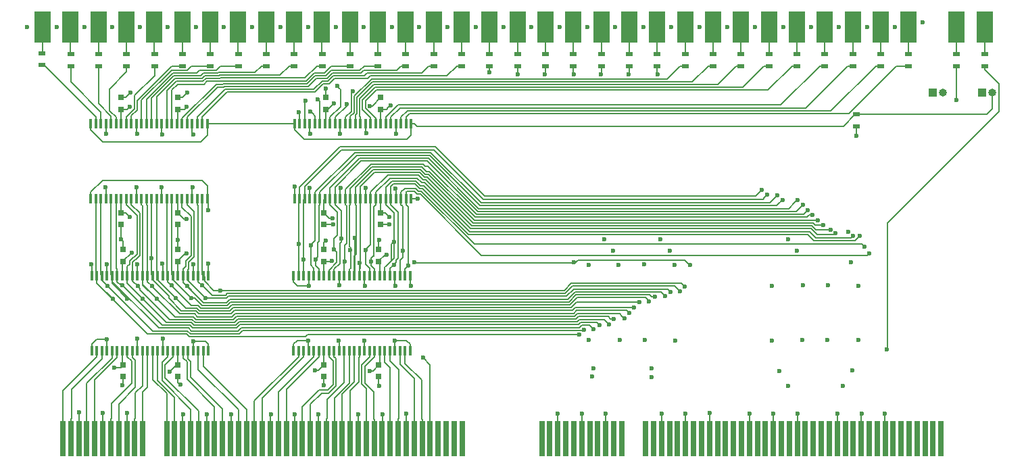
<source format=gtl>
G04 #@! TF.GenerationSoftware,KiCad,Pcbnew,(2018-02-14 revision 6afdf1cf8)-makepkg*
G04 #@! TF.CreationDate,2018-05-17T19:59:26-07:00*
G04 #@! TF.ProjectId,register-card,72656769737465722D636172642E6B69,rev?*
G04 #@! TF.SameCoordinates,Original*
G04 #@! TF.FileFunction,Copper,L1,Top,Signal*
G04 #@! TF.FilePolarity,Positive*
%FSLAX46Y46*%
G04 Gerber Fmt 4.6, Leading zero omitted, Abs format (unit mm)*
G04 Created by KiCad (PCBNEW (2018-02-14 revision 6afdf1cf8)-makepkg) date 05/17/18 19:59:26*
%MOMM*%
%LPD*%
G01*
G04 APERTURE LIST*
%ADD10R,0.700000X4.400000*%
%ADD11R,2.000000X4.000000*%
%ADD12R,0.900000X0.500000*%
%ADD13R,1.000000X1.000000*%
%ADD14O,1.000000X1.000000*%
%ADD15R,0.750000X0.800000*%
%ADD16R,0.400000X1.200000*%
%ADD17C,0.600000*%
%ADD18C,0.177800*%
G04 APERTURE END LIST*
D10*
X47548800Y-178638200D03*
X48548800Y-178638200D03*
X49548800Y-178638200D03*
X50548800Y-178638200D03*
X51548800Y-178638200D03*
X52548800Y-178638200D03*
X53548800Y-178638200D03*
X54548800Y-178638200D03*
X55548800Y-178638200D03*
X56548800Y-178638200D03*
X57548800Y-178638200D03*
X60548800Y-178638200D03*
X61548800Y-178638200D03*
X62548800Y-178638200D03*
X63548800Y-178638200D03*
X64548800Y-178638200D03*
X65548800Y-178638200D03*
X66548800Y-178638200D03*
X67548800Y-178638200D03*
X68548800Y-178638200D03*
X69548800Y-178638200D03*
X70548800Y-178638200D03*
X71548800Y-178638200D03*
X72548800Y-178638200D03*
X73548800Y-178638200D03*
X74548800Y-178638200D03*
X75548800Y-178638200D03*
X76548800Y-178638200D03*
X77548800Y-178638200D03*
X78548800Y-178638200D03*
X79548800Y-178638200D03*
X80548800Y-178638200D03*
X81548800Y-178638200D03*
X82548800Y-178638200D03*
X83548800Y-178638200D03*
X84548800Y-178638200D03*
X85548800Y-178638200D03*
X86548800Y-178638200D03*
X87548800Y-178638200D03*
X88548800Y-178638200D03*
X89548800Y-178638200D03*
X90548800Y-178638200D03*
X91548800Y-178638200D03*
X92548800Y-178638200D03*
X93548800Y-178638200D03*
X94548800Y-178638200D03*
X95548800Y-178638200D03*
X96548800Y-178638200D03*
X97548800Y-178638200D03*
X107548800Y-178638200D03*
X120548800Y-178638200D03*
X108548800Y-178638200D03*
X109548800Y-178638200D03*
X110548800Y-178638200D03*
X111548800Y-178638200D03*
X112548800Y-178638200D03*
X113548800Y-178638200D03*
X114548800Y-178638200D03*
X115548800Y-178638200D03*
X116548800Y-178638200D03*
X117548800Y-178638200D03*
X121548800Y-178638200D03*
X122548800Y-178638200D03*
X123548800Y-178638200D03*
X124548800Y-178638200D03*
X125548800Y-178638200D03*
X126548800Y-178638200D03*
X127548800Y-178638200D03*
X128548800Y-178638200D03*
X129548800Y-178638200D03*
X130548800Y-178638200D03*
X131548800Y-178638200D03*
X132548800Y-178638200D03*
X133548800Y-178638200D03*
X134548800Y-178638200D03*
X135548800Y-178638200D03*
X136548800Y-178638200D03*
X137548800Y-178638200D03*
X138548800Y-178638200D03*
X139548800Y-178638200D03*
X140548800Y-178638200D03*
X141548800Y-178638200D03*
X142548800Y-178638200D03*
X143548800Y-178638200D03*
X144548800Y-178638200D03*
X145548800Y-178638200D03*
X146548800Y-178638200D03*
X147548800Y-178638200D03*
X148548800Y-178638200D03*
X149548800Y-178638200D03*
X150548800Y-178638200D03*
X151548800Y-178638200D03*
X152548800Y-178638200D03*
X153548800Y-178638200D03*
X154548800Y-178638200D03*
X155548800Y-178638200D03*
X156548800Y-178638200D03*
X157548800Y-178638200D03*
D11*
X45000000Y-127105416D03*
X48500000Y-127105416D03*
X52000000Y-127105416D03*
X55500000Y-127105416D03*
X59000000Y-127105416D03*
X62500000Y-127105416D03*
X66000000Y-127105416D03*
X69500000Y-127105416D03*
X73000000Y-127105416D03*
X76500000Y-127105416D03*
X80000000Y-127105416D03*
X83500000Y-127105416D03*
X87000000Y-127105416D03*
X90500000Y-127105416D03*
X94000000Y-127105416D03*
X97500000Y-127105416D03*
X101000000Y-127105416D03*
X104500000Y-127105416D03*
X108000000Y-127105416D03*
X111500000Y-127105416D03*
X115000000Y-127105416D03*
X118500000Y-127105416D03*
X122000000Y-127105416D03*
X125500000Y-127105416D03*
X129000000Y-127105416D03*
X132500000Y-127105416D03*
X136000000Y-127105416D03*
X139500000Y-127105416D03*
X143000000Y-127105416D03*
X146500000Y-127105416D03*
X150000000Y-127105416D03*
X153500000Y-127105416D03*
D12*
X44958000Y-130394000D03*
X44958000Y-131894000D03*
X48525400Y-130484270D03*
X48525400Y-131984270D03*
X52025400Y-130484270D03*
X52025400Y-131984270D03*
X55525400Y-130484270D03*
X55525400Y-131984270D03*
X59025400Y-130484270D03*
X59025400Y-131984270D03*
X62525400Y-130484270D03*
X62525400Y-131984270D03*
X66025400Y-130484270D03*
X66025400Y-131984270D03*
X69525400Y-130484270D03*
X69525400Y-131984270D03*
X73025400Y-130484270D03*
X73025400Y-131984270D03*
X76525400Y-130484270D03*
X76525400Y-131984270D03*
X80025400Y-130484270D03*
X80025400Y-131984270D03*
X83525400Y-130484270D03*
X83525400Y-131984270D03*
X87000000Y-130490048D03*
X87000000Y-131990048D03*
X90500000Y-130490048D03*
X90500000Y-131990048D03*
X94000000Y-130490048D03*
X94000000Y-131990048D03*
X97500000Y-130490048D03*
X97500000Y-131990048D03*
X101000000Y-130490048D03*
X101000000Y-131990048D03*
X104500000Y-130490048D03*
X104500000Y-131990048D03*
X108000000Y-130490048D03*
X108000000Y-131990048D03*
X111500000Y-130490048D03*
X111500000Y-131990048D03*
X115000000Y-130490048D03*
X115000000Y-131990048D03*
X118500000Y-130490048D03*
X118500000Y-131990048D03*
X122000000Y-130490048D03*
X122000000Y-131990048D03*
X125500000Y-130490048D03*
X125500000Y-131990048D03*
X129000000Y-130490048D03*
X129000000Y-131990048D03*
X132500000Y-130490048D03*
X132500000Y-131990048D03*
X136000000Y-130490048D03*
X136000000Y-131990048D03*
X139500000Y-130490048D03*
X139500000Y-131990048D03*
X143000000Y-130490048D03*
X143000000Y-131990048D03*
X146500000Y-130490048D03*
X146500000Y-131990048D03*
X150000000Y-130490048D03*
X150000000Y-131990048D03*
X153500000Y-130490048D03*
X153500000Y-131990048D03*
X159500000Y-132000000D03*
X159500000Y-130500000D03*
X163000000Y-132000000D03*
X163000000Y-130500000D03*
D11*
X159512000Y-127101600D03*
X162991800Y-127101600D03*
D12*
X146950000Y-139575000D03*
X146950000Y-138075000D03*
D13*
X162725000Y-135300000D03*
D14*
X163995000Y-135300000D03*
D13*
X156550000Y-135300000D03*
D14*
X157820000Y-135300000D03*
D15*
X54864000Y-151868000D03*
X54864000Y-150368000D03*
X61976000Y-150368000D03*
X61976000Y-151868000D03*
X54864000Y-135914000D03*
X54864000Y-137414000D03*
X61976000Y-137414000D03*
X61976000Y-135914000D03*
X80264000Y-151868000D03*
X80264000Y-150368000D03*
X87376000Y-150368000D03*
X87376000Y-151868000D03*
X80518000Y-135914000D03*
X80518000Y-137414000D03*
X87376000Y-137414000D03*
X87376000Y-135914000D03*
X55118000Y-169418000D03*
X55118000Y-170918000D03*
X61976000Y-170918000D03*
X61976000Y-169418000D03*
X55118000Y-156464000D03*
X55118000Y-154964000D03*
X61976000Y-154964000D03*
X61976000Y-156464000D03*
X80264000Y-169418000D03*
X80264000Y-170918000D03*
X87122000Y-170918000D03*
X87122000Y-169418000D03*
X80264000Y-156464000D03*
X80264000Y-154964000D03*
X87122000Y-154964000D03*
X87122000Y-156464000D03*
D16*
X65659000Y-148590000D03*
X65024000Y-148590000D03*
X64389000Y-148590000D03*
X63754000Y-148590000D03*
X63119000Y-148590000D03*
X62484000Y-148590000D03*
X61849000Y-148590000D03*
X61214000Y-148590000D03*
X60579000Y-148590000D03*
X59944000Y-148590000D03*
X59309000Y-148590000D03*
X58674000Y-148590000D03*
X58039000Y-148590000D03*
X57404000Y-148590000D03*
X56769000Y-148590000D03*
X56134000Y-148590000D03*
X55499000Y-148590000D03*
X54864000Y-148590000D03*
X54229000Y-148590000D03*
X53594000Y-148590000D03*
X52959000Y-148590000D03*
X52324000Y-148590000D03*
X51689000Y-148590000D03*
X51054000Y-148590000D03*
X51054000Y-139190000D03*
X51689000Y-139190000D03*
X52324000Y-139190000D03*
X52959000Y-139190000D03*
X53594000Y-139190000D03*
X54229000Y-139190000D03*
X54864000Y-139190000D03*
X55499000Y-139190000D03*
X56134000Y-139190000D03*
X56769000Y-139190000D03*
X57404000Y-139190000D03*
X58039000Y-139190000D03*
X58674000Y-139190000D03*
X59309000Y-139190000D03*
X59944000Y-139190000D03*
X60579000Y-139190000D03*
X61214000Y-139190000D03*
X61849000Y-139190000D03*
X62484000Y-139190000D03*
X63119000Y-139190000D03*
X63754000Y-139190000D03*
X64389000Y-139190000D03*
X65024000Y-139190000D03*
X65659000Y-139190000D03*
X91186000Y-139192000D03*
X90551000Y-139192000D03*
X89916000Y-139192000D03*
X89281000Y-139192000D03*
X88646000Y-139192000D03*
X88011000Y-139192000D03*
X87376000Y-139192000D03*
X86741000Y-139192000D03*
X86106000Y-139192000D03*
X85471000Y-139192000D03*
X84836000Y-139192000D03*
X84201000Y-139192000D03*
X83566000Y-139192000D03*
X82931000Y-139192000D03*
X82296000Y-139192000D03*
X81661000Y-139192000D03*
X81026000Y-139192000D03*
X80391000Y-139192000D03*
X79756000Y-139192000D03*
X79121000Y-139192000D03*
X78486000Y-139192000D03*
X77851000Y-139192000D03*
X77216000Y-139192000D03*
X76581000Y-139192000D03*
X76581000Y-148592000D03*
X77216000Y-148592000D03*
X77851000Y-148592000D03*
X78486000Y-148592000D03*
X79121000Y-148592000D03*
X79756000Y-148592000D03*
X80391000Y-148592000D03*
X81026000Y-148592000D03*
X81661000Y-148592000D03*
X82296000Y-148592000D03*
X82931000Y-148592000D03*
X83566000Y-148592000D03*
X84201000Y-148592000D03*
X84836000Y-148592000D03*
X85471000Y-148592000D03*
X86106000Y-148592000D03*
X86741000Y-148592000D03*
X87376000Y-148592000D03*
X88011000Y-148592000D03*
X88646000Y-148592000D03*
X89281000Y-148592000D03*
X89916000Y-148592000D03*
X90551000Y-148592000D03*
X91186000Y-148592000D03*
X65786000Y-158240000D03*
X65151000Y-158240000D03*
X64516000Y-158240000D03*
X63881000Y-158240000D03*
X63246000Y-158240000D03*
X62611000Y-158240000D03*
X61976000Y-158240000D03*
X61341000Y-158240000D03*
X60706000Y-158240000D03*
X60071000Y-158240000D03*
X59436000Y-158240000D03*
X58801000Y-158240000D03*
X58166000Y-158240000D03*
X57531000Y-158240000D03*
X56896000Y-158240000D03*
X56261000Y-158240000D03*
X55626000Y-158240000D03*
X54991000Y-158240000D03*
X54356000Y-158240000D03*
X53721000Y-158240000D03*
X53086000Y-158240000D03*
X52451000Y-158240000D03*
X51816000Y-158240000D03*
X51181000Y-158240000D03*
X51181000Y-167640000D03*
X51816000Y-167640000D03*
X52451000Y-167640000D03*
X53086000Y-167640000D03*
X53721000Y-167640000D03*
X54356000Y-167640000D03*
X54991000Y-167640000D03*
X55626000Y-167640000D03*
X56261000Y-167640000D03*
X56896000Y-167640000D03*
X57531000Y-167640000D03*
X58166000Y-167640000D03*
X58801000Y-167640000D03*
X59436000Y-167640000D03*
X60071000Y-167640000D03*
X60706000Y-167640000D03*
X61341000Y-167640000D03*
X61976000Y-167640000D03*
X62611000Y-167640000D03*
X63246000Y-167640000D03*
X63881000Y-167640000D03*
X64516000Y-167640000D03*
X65151000Y-167640000D03*
X65786000Y-167640000D03*
X91059000Y-167642000D03*
X90424000Y-167642000D03*
X89789000Y-167642000D03*
X89154000Y-167642000D03*
X88519000Y-167642000D03*
X87884000Y-167642000D03*
X87249000Y-167642000D03*
X86614000Y-167642000D03*
X85979000Y-167642000D03*
X85344000Y-167642000D03*
X84709000Y-167642000D03*
X84074000Y-167642000D03*
X83439000Y-167642000D03*
X82804000Y-167642000D03*
X82169000Y-167642000D03*
X81534000Y-167642000D03*
X80899000Y-167642000D03*
X80264000Y-167642000D03*
X79629000Y-167642000D03*
X78994000Y-167642000D03*
X78359000Y-167642000D03*
X77724000Y-167642000D03*
X77089000Y-167642000D03*
X76454000Y-167642000D03*
X76454000Y-158242000D03*
X77089000Y-158242000D03*
X77724000Y-158242000D03*
X78359000Y-158242000D03*
X78994000Y-158242000D03*
X79629000Y-158242000D03*
X80264000Y-158242000D03*
X80899000Y-158242000D03*
X81534000Y-158242000D03*
X82169000Y-158242000D03*
X82804000Y-158242000D03*
X83439000Y-158242000D03*
X84074000Y-158242000D03*
X84709000Y-158242000D03*
X85344000Y-158242000D03*
X85979000Y-158242000D03*
X86614000Y-158242000D03*
X87249000Y-158242000D03*
X87884000Y-158242000D03*
X88519000Y-158242000D03*
X89154000Y-158242000D03*
X89789000Y-158242000D03*
X90424000Y-158242000D03*
X91059000Y-158242000D03*
D17*
X88134891Y-155619658D03*
X88569800Y-136906000D03*
X81203800Y-156413200D03*
X147599400Y-175564800D03*
X136550400Y-175514000D03*
X125552200Y-175514000D03*
X112547400Y-175539400D03*
X137261600Y-170205400D03*
X146431000Y-170154600D03*
X121285000Y-169849800D03*
X114020600Y-169849800D03*
X85961510Y-170184041D03*
X79146400Y-170154600D03*
X146964400Y-140766800D03*
X63050458Y-155507066D03*
X56166907Y-155407094D03*
X63042800Y-151155400D03*
X81483200Y-136677400D03*
X123545195Y-155176510D03*
X116472578Y-155176510D03*
X139471400Y-155176510D03*
X146261289Y-156589340D03*
X81331329Y-151063389D03*
X88468200Y-150926800D03*
X63068200Y-137109200D03*
X55930800Y-137083800D03*
X60909200Y-170281600D03*
X53975000Y-169748200D03*
X55930800Y-150901400D03*
X87579200Y-175615600D03*
X76606400Y-175615600D03*
X65582800Y-175615600D03*
X52578000Y-175463200D03*
X46786800Y-127105416D03*
X50215800Y-127105416D03*
X53746400Y-127105416D03*
X57226200Y-127105416D03*
X60680600Y-127105416D03*
X64236600Y-127105416D03*
X67716400Y-127105416D03*
X71272400Y-127105416D03*
X74777600Y-127105416D03*
X78308200Y-127105416D03*
X81788000Y-127105416D03*
X85217000Y-127105416D03*
X88798400Y-127105416D03*
X92202000Y-127105416D03*
X95681800Y-127105416D03*
X99237800Y-127105416D03*
X102743000Y-127105416D03*
X106222800Y-127105416D03*
X109753400Y-127105416D03*
X113258600Y-127105416D03*
X116713000Y-127105416D03*
X120269000Y-127105416D03*
X123774200Y-127105416D03*
X127279400Y-127105416D03*
X130759200Y-127105416D03*
X134213600Y-127105416D03*
X137769600Y-127105416D03*
X141249400Y-127105416D03*
X144703800Y-127105416D03*
X148259800Y-127105416D03*
X151739600Y-127105416D03*
X136398000Y-159512000D03*
X86004400Y-137007600D03*
X80441800Y-134823200D03*
X87172800Y-153822400D03*
X80467200Y-153847800D03*
X124180600Y-156921200D03*
X120370600Y-156870400D03*
X117170200Y-156895800D03*
X113385600Y-156946600D03*
X147193000Y-166293800D03*
X143281400Y-166344600D03*
X140182600Y-166344600D03*
X136372600Y-166370000D03*
X113834890Y-170916600D03*
X150520400Y-175539400D03*
X144602200Y-175564800D03*
X139598400Y-175564800D03*
X133604000Y-175514000D03*
X128600200Y-175463200D03*
X122529600Y-175564800D03*
X115519200Y-175539400D03*
X109550200Y-175514000D03*
X113411000Y-166319200D03*
X117271800Y-166319200D03*
X120472200Y-166319200D03*
X124256800Y-166370000D03*
X140284200Y-159486600D03*
X145262600Y-172034200D03*
X138430000Y-172110400D03*
X121285000Y-170942000D03*
X63804800Y-147218400D03*
X59893200Y-147167600D03*
X56769000Y-147218400D03*
X52882800Y-147193000D03*
X89154000Y-166370000D03*
X85293200Y-166420800D03*
X82118200Y-166395400D03*
X78308200Y-166395400D03*
X87147400Y-172059600D03*
X80264000Y-171958000D03*
X43027600Y-127101600D03*
X155270200Y-126517400D03*
X63881000Y-166462144D03*
X65785412Y-156787715D03*
X63881000Y-156819600D03*
X59969400Y-156718000D03*
X56870600Y-156819600D03*
X51079400Y-156794200D03*
X53009800Y-156794200D03*
X89179400Y-159554758D03*
X89230200Y-147320000D03*
X85471000Y-147269200D03*
X82346800Y-147294600D03*
X78460600Y-147294600D03*
X78511400Y-140487400D03*
X89281000Y-140487400D03*
X85521800Y-140411200D03*
X82270600Y-140462000D03*
X115366800Y-153662075D03*
X122428000Y-153662075D03*
X138430000Y-153662077D03*
X145938529Y-152747690D03*
X81381600Y-151841200D03*
X78359000Y-159512000D03*
X143408400Y-159461200D03*
X147218400Y-159512000D03*
X88417400Y-151866600D03*
X82169000Y-159486600D03*
X85369400Y-159512000D03*
X91109800Y-159512000D03*
X63855600Y-140589000D03*
X59994800Y-140538200D03*
X63144400Y-135331200D03*
X56032400Y-135331200D03*
X56819800Y-140512800D03*
X52959000Y-140487400D03*
X61976000Y-153771600D03*
X54864000Y-153695400D03*
X60045600Y-166116000D03*
X56896000Y-166116000D03*
X53060600Y-166243000D03*
X62243871Y-171881886D03*
X54965600Y-172008800D03*
X90576400Y-175564800D03*
X84582000Y-175666400D03*
X79552800Y-175615600D03*
X73609200Y-175666400D03*
X68630800Y-175615600D03*
X62636400Y-175615600D03*
X55626000Y-175463200D03*
X49580800Y-175412400D03*
X111556800Y-156616398D03*
X91567000Y-156591000D03*
X126085600Y-156921200D03*
X92633800Y-168503600D03*
X65709800Y-150088600D03*
X92024200Y-148615400D03*
X76581000Y-147116800D03*
X159512000Y-136271000D03*
X150774400Y-167513000D03*
X77063600Y-137744202D03*
X100965000Y-132816600D03*
X107950000Y-133037246D03*
X78536798Y-137693400D03*
X114909600Y-133037246D03*
X81889600Y-134493000D03*
X83856082Y-135149033D03*
X122021600Y-133037246D03*
X104495600Y-133037246D03*
X77901226Y-136309111D03*
X111531400Y-133037246D03*
X79425800Y-136169400D03*
X118440200Y-133037246D03*
X83092933Y-136728200D03*
X67310000Y-160121600D03*
X125399800Y-159588200D03*
X65009084Y-159485734D03*
X124815600Y-160223200D03*
X65405000Y-161061400D03*
X123647200Y-160274000D03*
X63099058Y-159532252D03*
X122961402Y-160807402D03*
X63601600Y-161061400D03*
X121691400Y-160883600D03*
X61200437Y-159493701D03*
X120980200Y-161467798D03*
X61722000Y-161086800D03*
X119786400Y-161569400D03*
X58674000Y-156057600D03*
X119126000Y-162229800D03*
X58713852Y-159581899D03*
X118491000Y-162890200D03*
X59298417Y-161185545D03*
X117906800Y-163626800D03*
X56907045Y-159583764D03*
X116586000Y-163652200D03*
X57505600Y-161112200D03*
X115951000Y-164338000D03*
X54996741Y-159484759D03*
X114757200Y-164414200D03*
X55625996Y-161112200D03*
X114020600Y-164998400D03*
X53147432Y-159565704D03*
X112826800Y-165023800D03*
X112195999Y-165676290D03*
X53771800Y-161137600D03*
X77089000Y-154279600D03*
X135077200Y-147548602D03*
X135763000Y-148132801D03*
X77724000Y-156210000D03*
X78587604Y-154432000D03*
X137033000Y-148209000D03*
X137718800Y-148767800D03*
X79171800Y-156210000D03*
X81538356Y-154995914D03*
X139547600Y-148767800D03*
X82423000Y-153593800D03*
X140233400Y-149402798D03*
X82829400Y-156489400D03*
X140817599Y-150063200D03*
X83532690Y-155026015D03*
X141477996Y-150672800D03*
X84099400Y-153568400D03*
X142113000Y-151307798D03*
X142773400Y-151942800D03*
X84709000Y-156667200D03*
X143718635Y-152494086D03*
X85445600Y-155041598D03*
X144348200Y-152950857D03*
X86131400Y-156514800D03*
X89001600Y-154025600D03*
X146563357Y-153261025D03*
X147339768Y-153307694D03*
X89008885Y-156877684D03*
X90119200Y-155168600D03*
X147941461Y-154623410D03*
X148564600Y-155448000D03*
X90830400Y-156997400D03*
D18*
X87122000Y-156439000D02*
X87941342Y-155619658D01*
X87122000Y-156464000D02*
X87122000Y-156439000D01*
X87941342Y-155619658D02*
X88134891Y-155619658D01*
X88061800Y-137414000D02*
X88269801Y-137205999D01*
X88269801Y-137205999D02*
X88569800Y-136906000D01*
X87376000Y-137414000D02*
X88061800Y-137414000D01*
X87376000Y-139192000D02*
X87376000Y-137414000D01*
X81153000Y-156464000D02*
X81203800Y-156413200D01*
X80264000Y-156464000D02*
X81153000Y-156464000D01*
X147548800Y-175615400D02*
X147599400Y-175564800D01*
X147548800Y-178638200D02*
X147548800Y-175615400D01*
X136550400Y-175514000D02*
X136550400Y-178636600D01*
X136550400Y-178636600D02*
X136548800Y-178638200D01*
X125548800Y-175517400D02*
X125552200Y-175514000D01*
X125548800Y-178638200D02*
X125548800Y-175517400D01*
X112547400Y-175539400D02*
X112547400Y-178636800D01*
X112547400Y-178636800D02*
X112548800Y-178638200D01*
X87122000Y-169418000D02*
X87122000Y-169443000D01*
X86380959Y-170184041D02*
X85961510Y-170184041D01*
X87122000Y-169443000D02*
X86380959Y-170184041D01*
X79146400Y-170154600D02*
X79527400Y-170154600D01*
X79527400Y-170154600D02*
X80264000Y-169418000D01*
X87249000Y-167642000D02*
X87249000Y-169291000D01*
X87249000Y-169291000D02*
X87122000Y-169418000D01*
X80264000Y-167642000D02*
X80264000Y-169418000D01*
X146950000Y-140752400D02*
X146964400Y-140766800D01*
X146950000Y-139575000D02*
X146950000Y-140752400D01*
X61976000Y-156439000D02*
X62907934Y-155507066D01*
X62907934Y-155507066D02*
X63050458Y-155507066D01*
X61976000Y-156464000D02*
X61976000Y-156439000D01*
X55118000Y-156439000D02*
X56149906Y-155407094D01*
X55118000Y-156464000D02*
X55118000Y-156439000D01*
X56149906Y-155407094D02*
X56166907Y-155407094D01*
X61976000Y-150368000D02*
X61976000Y-150393000D01*
X61976000Y-150393000D02*
X62738400Y-151155400D01*
X62738400Y-151155400D02*
X63042800Y-151155400D01*
X80746600Y-137414000D02*
X81483200Y-136677400D01*
X80518000Y-137414000D02*
X80746600Y-137414000D01*
X80518000Y-137414000D02*
X80518000Y-139065000D01*
X80518000Y-139065000D02*
X80391000Y-139192000D01*
X80934389Y-151063389D02*
X81331329Y-151063389D01*
X80264000Y-150393000D02*
X80934389Y-151063389D01*
X80264000Y-150368000D02*
X80264000Y-150393000D01*
X80264000Y-150368000D02*
X80264000Y-148719000D01*
X80264000Y-148719000D02*
X80391000Y-148592000D01*
X87376000Y-150368000D02*
X87909400Y-150368000D01*
X87909400Y-150368000D02*
X88468200Y-150926800D01*
X61976000Y-137414000D02*
X62763400Y-137414000D01*
X62763400Y-137414000D02*
X63068200Y-137109200D01*
X55600600Y-137414000D02*
X55930800Y-137083800D01*
X54864000Y-137414000D02*
X55600600Y-137414000D01*
X61976000Y-169418000D02*
X61772800Y-169418000D01*
X61772800Y-169418000D02*
X60909200Y-170281600D01*
X53975000Y-169748200D02*
X54787800Y-169748200D01*
X54787800Y-169748200D02*
X55118000Y-169418000D01*
X55397400Y-150368000D02*
X55930800Y-150901400D01*
X54864000Y-150368000D02*
X55397400Y-150368000D01*
X80264000Y-158242000D02*
X80264000Y-157464200D01*
X80264000Y-157464200D02*
X80264000Y-156464000D01*
X87376000Y-150368000D02*
X87376000Y-148592000D01*
X87249000Y-158242000D02*
X87249000Y-156591000D01*
X87249000Y-156591000D02*
X87122000Y-156464000D01*
X87274400Y-158267400D02*
X87249000Y-158242000D01*
X61976000Y-137414000D02*
X61976000Y-139063000D01*
X61976000Y-139063000D02*
X61849000Y-139190000D01*
X54864000Y-139190000D02*
X54864000Y-137414000D01*
X61976000Y-150368000D02*
X61976000Y-148717000D01*
X61976000Y-148717000D02*
X61849000Y-148590000D01*
X61976000Y-156464000D02*
X61976000Y-158240000D01*
X54991000Y-158240000D02*
X54991000Y-156591000D01*
X54991000Y-156591000D02*
X55118000Y-156464000D01*
X54864000Y-148590000D02*
X54864000Y-149367800D01*
X54864000Y-149367800D02*
X54864000Y-150368000D01*
X61976000Y-167640000D02*
X61976000Y-168417800D01*
X61976000Y-168417800D02*
X61976000Y-169418000D01*
X54991000Y-167640000D02*
X54991000Y-169291000D01*
X54991000Y-169291000D02*
X55118000Y-169418000D01*
X87579200Y-175615600D02*
X87579200Y-178607800D01*
X87579200Y-178607800D02*
X87548800Y-178638200D01*
X76548800Y-175673200D02*
X76606400Y-175615600D01*
X76548800Y-178638200D02*
X76548800Y-175673200D01*
X65582800Y-175615600D02*
X65582800Y-178604200D01*
X65582800Y-178604200D02*
X65548800Y-178638200D01*
X52548800Y-175492400D02*
X52578000Y-175463200D01*
X52548800Y-178638200D02*
X52548800Y-175492400D01*
X87376000Y-135914000D02*
X87376000Y-135939000D01*
X86307400Y-137007600D02*
X86004400Y-137007600D01*
X87376000Y-135939000D02*
X86307400Y-137007600D01*
X80518000Y-135914000D02*
X80518000Y-134899400D01*
X80518000Y-134899400D02*
X80441800Y-134823200D01*
X87122000Y-153873200D02*
X87172800Y-153822400D01*
X87122000Y-154964000D02*
X87122000Y-153873200D01*
X80264000Y-154051000D02*
X80467200Y-153847800D01*
X80264000Y-154964000D02*
X80264000Y-154051000D01*
X150520400Y-175539400D02*
X150520400Y-178609800D01*
X150520400Y-178609800D02*
X150548800Y-178638200D01*
X144602200Y-175564800D02*
X144602200Y-178584800D01*
X144602200Y-178584800D02*
X144548800Y-178638200D01*
X139548800Y-175614400D02*
X139598400Y-175564800D01*
X139548800Y-178638200D02*
X139548800Y-175614400D01*
X133548800Y-175569200D02*
X133604000Y-175514000D01*
X133548800Y-178638200D02*
X133548800Y-175569200D01*
X128600200Y-175463200D02*
X128600200Y-178586800D01*
X128600200Y-178586800D02*
X128548800Y-178638200D01*
X122529600Y-175564800D02*
X122529600Y-178619000D01*
X122529600Y-178619000D02*
X122548800Y-178638200D01*
X115548800Y-175569000D02*
X115519200Y-175539400D01*
X115548800Y-178638200D02*
X115548800Y-175569000D01*
X109548800Y-175515400D02*
X109550200Y-175514000D01*
X109548800Y-178638200D02*
X109548800Y-175515400D01*
X63754000Y-147269200D02*
X63804800Y-147218400D01*
X63754000Y-148590000D02*
X63754000Y-147269200D01*
X59944000Y-147218400D02*
X59893200Y-147167600D01*
X59944000Y-148590000D02*
X59944000Y-147218400D01*
X56769000Y-148590000D02*
X56769000Y-147218400D01*
X52959000Y-147269200D02*
X52882800Y-147193000D01*
X52959000Y-148590000D02*
X52959000Y-147269200D01*
X91059000Y-167642000D02*
X91059000Y-166864200D01*
X91059000Y-166864200D02*
X90564800Y-166370000D01*
X90564800Y-166370000D02*
X89578264Y-166370000D01*
X89578264Y-166370000D02*
X89154000Y-166370000D01*
X89154000Y-167642000D02*
X89154000Y-166370000D01*
X85293200Y-166420800D02*
X85293200Y-167591200D01*
X85293200Y-167591200D02*
X85344000Y-167642000D01*
X82169000Y-166446200D02*
X82118200Y-166395400D01*
X82169000Y-167642000D02*
X82169000Y-166446200D01*
X76454000Y-167642000D02*
X76454000Y-166864200D01*
X76454000Y-166864200D02*
X76922800Y-166395400D01*
X76922800Y-166395400D02*
X77883936Y-166395400D01*
X77883936Y-166395400D02*
X78308200Y-166395400D01*
X78308200Y-166395400D02*
X78308200Y-167591200D01*
X78308200Y-167591200D02*
X78359000Y-167642000D01*
X87122000Y-172034200D02*
X87147400Y-172059600D01*
X87122000Y-170918000D02*
X87122000Y-172034200D01*
X80264000Y-171958000D02*
X80264000Y-170918000D01*
X65385944Y-166462144D02*
X64305264Y-166462144D01*
X65786000Y-166862200D02*
X65385944Y-166462144D01*
X65786000Y-167640000D02*
X65786000Y-166862200D01*
X64305264Y-166462144D02*
X63881000Y-166462144D01*
X63881000Y-167640000D02*
X63881000Y-166462144D01*
X65786000Y-156788303D02*
X65785412Y-156787715D01*
X65786000Y-158240000D02*
X65786000Y-156788303D01*
X63881000Y-156819600D02*
X63881000Y-158240000D01*
X60071000Y-156819600D02*
X59969400Y-156718000D01*
X60071000Y-158240000D02*
X60071000Y-156819600D01*
X56870600Y-156819600D02*
X56870600Y-158214600D01*
X56870600Y-158214600D02*
X56896000Y-158240000D01*
X51181000Y-156895800D02*
X51079400Y-156794200D01*
X51181000Y-158240000D02*
X51181000Y-156895800D01*
X53009800Y-156794200D02*
X53009800Y-158163800D01*
X53009800Y-158163800D02*
X53086000Y-158240000D01*
X89154000Y-158242000D02*
X89154000Y-159529358D01*
X89154000Y-159529358D02*
X89179400Y-159554758D01*
X89281000Y-147370800D02*
X89230200Y-147320000D01*
X89281000Y-148592000D02*
X89281000Y-147370800D01*
X85471000Y-148592000D02*
X85471000Y-147269200D01*
X82296000Y-148592000D02*
X82296000Y-147345400D01*
X82296000Y-147345400D02*
X82346800Y-147294600D01*
X78486000Y-148592000D02*
X78486000Y-147320000D01*
X78486000Y-147320000D02*
X78460600Y-147294600D01*
X78486000Y-140462000D02*
X78511400Y-140487400D01*
X78486000Y-139192000D02*
X78486000Y-140462000D01*
X89281000Y-139192000D02*
X89281000Y-140487400D01*
X85471000Y-140360400D02*
X85521800Y-140411200D01*
X85471000Y-139192000D02*
X85471000Y-140360400D01*
X82296000Y-140436600D02*
X82270600Y-140462000D01*
X82296000Y-139192000D02*
X82296000Y-140436600D01*
X81354800Y-151868000D02*
X81381600Y-151841200D01*
X80264000Y-151868000D02*
X81354800Y-151868000D01*
X76454000Y-158242000D02*
X76454000Y-159019800D01*
X76454000Y-159019800D02*
X76946200Y-159512000D01*
X76946200Y-159512000D02*
X77934736Y-159512000D01*
X77934736Y-159512000D02*
X78359000Y-159512000D01*
X78359000Y-159512000D02*
X78359000Y-158242000D01*
X88416000Y-151868000D02*
X88417400Y-151866600D01*
X87376000Y-151868000D02*
X88416000Y-151868000D01*
X82169000Y-159486600D02*
X82169000Y-158242000D01*
X85344000Y-159486600D02*
X85369400Y-159512000D01*
X85344000Y-158242000D02*
X85344000Y-159486600D01*
X91059000Y-159461200D02*
X91109800Y-159512000D01*
X91059000Y-158242000D02*
X91059000Y-159461200D01*
X63754000Y-140487400D02*
X63855600Y-140589000D01*
X63754000Y-139190000D02*
X63754000Y-140487400D01*
X59944000Y-140487400D02*
X59994800Y-140538200D01*
X59944000Y-139190000D02*
X59944000Y-140487400D01*
X62561600Y-135914000D02*
X63144400Y-135331200D01*
X61976000Y-135914000D02*
X62561600Y-135914000D01*
X55449600Y-135914000D02*
X56032400Y-135331200D01*
X54864000Y-135914000D02*
X55449600Y-135914000D01*
X56769000Y-140462000D02*
X56819800Y-140512800D01*
X56769000Y-139190000D02*
X56769000Y-140462000D01*
X52959000Y-139190000D02*
X52959000Y-140487400D01*
X61976000Y-153771600D02*
X61976000Y-151868000D01*
X61976000Y-154964000D02*
X61976000Y-154386200D01*
X61976000Y-154386200D02*
X61976000Y-151868000D01*
X54864000Y-151868000D02*
X54864000Y-153695400D01*
X55118000Y-154964000D02*
X55118000Y-153949400D01*
X55118000Y-153949400D02*
X54864000Y-153695400D01*
X60071000Y-166141400D02*
X60045600Y-166116000D01*
X60071000Y-167640000D02*
X60071000Y-166141400D01*
X56896000Y-166116000D02*
X56896000Y-167640000D01*
X51181000Y-167640000D02*
X51181000Y-166862200D01*
X51181000Y-166862200D02*
X51800200Y-166243000D01*
X51800200Y-166243000D02*
X52636336Y-166243000D01*
X52636336Y-166243000D02*
X53060600Y-166243000D01*
X53060600Y-166243000D02*
X53060600Y-167614600D01*
X53060600Y-167614600D02*
X53086000Y-167640000D01*
X61976000Y-171614015D02*
X62243871Y-171881886D01*
X61976000Y-170918000D02*
X61976000Y-171614015D01*
X55118000Y-171856400D02*
X54965600Y-172008800D01*
X55118000Y-170918000D02*
X55118000Y-171856400D01*
X90576400Y-175564800D02*
X90576400Y-178610600D01*
X90576400Y-178610600D02*
X90548800Y-178638200D01*
X84548800Y-175699600D02*
X84582000Y-175666400D01*
X84548800Y-178638200D02*
X84548800Y-175699600D01*
X79552800Y-175615600D02*
X79552800Y-178634200D01*
X79552800Y-178634200D02*
X79548800Y-178638200D01*
X73548800Y-175726800D02*
X73609200Y-175666400D01*
X73548800Y-178638200D02*
X73548800Y-175726800D01*
X68630800Y-175615600D02*
X68630800Y-178556200D01*
X68630800Y-178556200D02*
X68548800Y-178638200D01*
X62548800Y-175703200D02*
X62636400Y-175615600D01*
X62548800Y-178638200D02*
X62548800Y-175703200D01*
X55626000Y-175463200D02*
X55626000Y-178561000D01*
X55626000Y-178561000D02*
X55548800Y-178638200D01*
X49548800Y-175444400D02*
X49580800Y-175412400D01*
X49548800Y-178638200D02*
X49548800Y-175444400D01*
X47548800Y-172685000D02*
X51816000Y-168417800D01*
X51816000Y-168417800D02*
X51816000Y-167640000D01*
X47548800Y-178638200D02*
X47548800Y-172685000D01*
X48666400Y-172466000D02*
X52451000Y-168681400D01*
X52451000Y-168681400D02*
X52451000Y-167640000D01*
X48666400Y-176142800D02*
X48666400Y-172466000D01*
X48548800Y-178638200D02*
X48548800Y-176260400D01*
X48548800Y-176260400D02*
X48666400Y-176142800D01*
X50546000Y-171754800D02*
X53721000Y-168579800D01*
X53721000Y-168579800D02*
X53721000Y-167640000D01*
X50546000Y-176257600D02*
X50546000Y-171754800D01*
X50548800Y-178638200D02*
X50548800Y-176260400D01*
X50548800Y-176260400D02*
X50546000Y-176257600D01*
X51548800Y-178638200D02*
X51548800Y-171335682D01*
X51548800Y-171335682D02*
X54356000Y-168528482D01*
X54356000Y-168417800D02*
X54356000Y-167640000D01*
X54356000Y-168528482D02*
X54356000Y-168417800D01*
X53644800Y-176164400D02*
X53548800Y-176260400D01*
X53644800Y-174294800D02*
X53644800Y-176164400D01*
X56184800Y-171754800D02*
X53644800Y-174294800D01*
X56184800Y-168976600D02*
X56184800Y-171754800D01*
X55626000Y-168417800D02*
X56184800Y-168976600D01*
X55626000Y-167640000D02*
X55626000Y-168417800D01*
X53548800Y-176260400D02*
X53548800Y-178638200D01*
X56642000Y-168859200D02*
X56261000Y-168478200D01*
X56261000Y-168478200D02*
X56261000Y-167640000D01*
X56642000Y-172262800D02*
X56642000Y-168859200D01*
X54548800Y-174356000D02*
X56642000Y-172262800D01*
X54548800Y-178638200D02*
X54548800Y-174356000D01*
X56642000Y-172923200D02*
X57531000Y-172034200D01*
X57531000Y-172034200D02*
X57531000Y-167640000D01*
X56642000Y-176167200D02*
X56642000Y-172923200D01*
X56548800Y-178638200D02*
X56548800Y-176260400D01*
X56548800Y-176260400D02*
X56642000Y-176167200D01*
X57548800Y-172829200D02*
X58166000Y-172212000D01*
X58166000Y-172212000D02*
X58166000Y-167640000D01*
X57548800Y-178638200D02*
X57548800Y-172829200D01*
X60548800Y-173020000D02*
X58801000Y-171272200D01*
X58801000Y-171272200D02*
X58801000Y-167640000D01*
X60548800Y-178638200D02*
X60548800Y-173020000D01*
X59436000Y-168417800D02*
X59436000Y-167640000D01*
X61548800Y-178638200D02*
X61548800Y-173501818D01*
X59436000Y-171389018D02*
X59436000Y-168417800D01*
X61548800Y-173501818D02*
X59436000Y-171389018D01*
X63548800Y-178638200D02*
X63548800Y-174998909D01*
X63548800Y-174998909D02*
X59986887Y-171436996D01*
X60706000Y-168417800D02*
X60706000Y-167640000D01*
X59986887Y-171436996D02*
X59986887Y-169136913D01*
X59986887Y-169136913D02*
X60706000Y-168417800D01*
X64548800Y-176260400D02*
X64548800Y-178638200D01*
X60342498Y-169416302D02*
X60342498Y-171035698D01*
X64548800Y-175242000D02*
X64548800Y-176260400D01*
X60342498Y-171035698D02*
X64548800Y-175242000D01*
X61341000Y-168417800D02*
X60342498Y-169416302D01*
X61341000Y-167640000D02*
X61341000Y-168417800D01*
X63093600Y-169062400D02*
X62611000Y-168579800D01*
X62611000Y-168579800D02*
X62611000Y-167640000D01*
X63093600Y-171246800D02*
X63093600Y-169062400D01*
X66548000Y-174701200D02*
X63093600Y-171246800D01*
X66548000Y-176259600D02*
X66548000Y-174701200D01*
X66548800Y-178638200D02*
X66548800Y-176260400D01*
X66548800Y-176260400D02*
X66548000Y-176259600D01*
X63550800Y-169011600D02*
X63246000Y-168706800D01*
X63246000Y-168706800D02*
X63246000Y-167640000D01*
X63550800Y-170942000D02*
X63550800Y-169011600D01*
X67548800Y-174940000D02*
X63550800Y-170942000D01*
X67548800Y-178638200D02*
X67548800Y-174940000D01*
X69545200Y-175056800D02*
X64516000Y-170027600D01*
X64516000Y-170027600D02*
X64516000Y-167640000D01*
X69545200Y-176256800D02*
X69545200Y-175056800D01*
X69548800Y-178638200D02*
X69548800Y-176260400D01*
X69548800Y-176260400D02*
X69545200Y-176256800D01*
X70548800Y-175044400D02*
X65151000Y-169646600D01*
X65151000Y-169646600D02*
X65151000Y-167640000D01*
X70548800Y-178638200D02*
X70548800Y-175044400D01*
X71548800Y-178638200D02*
X71548800Y-173960000D01*
X77089000Y-168419800D02*
X77089000Y-167642000D01*
X71548800Y-173960000D02*
X77089000Y-168419800D01*
X72548800Y-178638200D02*
X72548800Y-173595000D01*
X72548800Y-173595000D02*
X77724000Y-168419800D01*
X77724000Y-168419800D02*
X77724000Y-167642000D01*
X74548800Y-172865000D02*
X78994000Y-168419800D01*
X78994000Y-168419800D02*
X78994000Y-167642000D01*
X74548800Y-178638200D02*
X74548800Y-172865000D01*
X79629000Y-168419800D02*
X79629000Y-167642000D01*
X75539600Y-176251200D02*
X75539600Y-172509200D01*
X75539600Y-172509200D02*
X79629000Y-168419800D01*
X75548800Y-178638200D02*
X75548800Y-176260400D01*
X75548800Y-176260400D02*
X75539600Y-176251200D01*
X81381600Y-171907200D02*
X81381600Y-168902400D01*
X81381600Y-168902400D02*
X80899000Y-168419800D01*
X80899000Y-168419800D02*
X80899000Y-167642000D01*
X80695800Y-172593000D02*
X81381600Y-171907200D01*
X79629000Y-172593000D02*
X80695800Y-172593000D01*
X77548800Y-174673200D02*
X79629000Y-172593000D01*
X77548800Y-178638200D02*
X77548800Y-174673200D01*
X81737200Y-172085000D02*
X81737200Y-168623000D01*
X81737200Y-168623000D02*
X81534000Y-168419800D01*
X81534000Y-168419800D02*
X81534000Y-167642000D01*
X80848200Y-172974000D02*
X81737200Y-172085000D01*
X79959200Y-172974000D02*
X80848200Y-172974000D01*
X78548800Y-174384400D02*
X79959200Y-172974000D01*
X78548800Y-178638200D02*
X78548800Y-174384400D01*
X80670400Y-173786800D02*
X82804000Y-171653200D01*
X82804000Y-171653200D02*
X82804000Y-167642000D01*
X80670400Y-176138800D02*
X80670400Y-173786800D01*
X80548800Y-178638200D02*
X80548800Y-176260400D01*
X80548800Y-176260400D02*
X80670400Y-176138800D01*
X83439000Y-171709092D02*
X83439000Y-168419800D01*
X83439000Y-168419800D02*
X83439000Y-167642000D01*
X81548800Y-178638200D02*
X81548800Y-173599292D01*
X81548800Y-173599292D02*
X83439000Y-171709092D01*
X82548800Y-173102200D02*
X84074000Y-171577000D01*
X82548800Y-178638200D02*
X82548800Y-173102200D01*
X84074000Y-171577000D02*
X84074000Y-167642000D01*
X83548800Y-178638200D02*
X83548800Y-172661000D01*
X84607378Y-168521422D02*
X84709000Y-168419800D01*
X84607378Y-171602422D02*
X84607378Y-168521422D01*
X83548800Y-172661000D02*
X84607378Y-171602422D01*
X84709000Y-168419800D02*
X84709000Y-167642000D01*
X85548800Y-178638200D02*
X85548800Y-172437109D01*
X84962989Y-169435811D02*
X85979000Y-168419800D01*
X84962989Y-171851298D02*
X84962989Y-169435811D01*
X85548800Y-172437109D02*
X84962989Y-171851298D01*
X85979000Y-168419800D02*
X85979000Y-167642000D01*
X85369400Y-169621200D02*
X85412600Y-169621200D01*
X85412600Y-169621200D02*
X86614000Y-168419800D01*
X86614000Y-168419800D02*
X86614000Y-167642000D01*
X85369400Y-171754800D02*
X85369400Y-169621200D01*
X86487000Y-172872400D02*
X85369400Y-171754800D01*
X86487000Y-176198600D02*
X86487000Y-172872400D01*
X86548800Y-178638200D02*
X86548800Y-176260400D01*
X86548800Y-176260400D02*
X86487000Y-176198600D01*
X88548800Y-169752600D02*
X87884000Y-169087800D01*
X87884000Y-169087800D02*
X87884000Y-167642000D01*
X88548800Y-178638200D02*
X88548800Y-169752600D01*
X89636600Y-170027600D02*
X88519000Y-168910000D01*
X88519000Y-168910000D02*
X88519000Y-167642000D01*
X89636600Y-176172600D02*
X89636600Y-170027600D01*
X89548800Y-178638200D02*
X89548800Y-176260400D01*
X89548800Y-176260400D02*
X89636600Y-176172600D01*
X91548800Y-171127000D02*
X89789000Y-169367200D01*
X89789000Y-169367200D02*
X89789000Y-167642000D01*
X91548800Y-178638200D02*
X91548800Y-171127000D01*
X92532200Y-171348400D02*
X90424000Y-169240200D01*
X90424000Y-169240200D02*
X90424000Y-167642000D01*
X92532200Y-176243800D02*
X92532200Y-171348400D01*
X92548800Y-178638200D02*
X92548800Y-176260400D01*
X92548800Y-176260400D02*
X92532200Y-176243800D01*
X112072701Y-156303699D02*
X125468099Y-156303699D01*
X125468099Y-156303699D02*
X125785601Y-156621201D01*
X125785601Y-156621201D02*
X126085600Y-156921200D01*
X111755199Y-156621201D02*
X112072701Y-156303699D01*
X111561603Y-156621201D02*
X111556800Y-156616398D01*
X111755199Y-156621201D02*
X111561603Y-156621201D01*
X111755199Y-156621201D02*
X91597201Y-156621201D01*
X91597201Y-156621201D02*
X91567000Y-156591000D01*
X93548800Y-169418600D02*
X92633800Y-168503600D01*
X93548800Y-178638200D02*
X93548800Y-169418600D01*
X50977800Y-148666200D02*
X51054000Y-148590000D01*
X65709800Y-150088600D02*
X65709800Y-148640800D01*
X65709800Y-148640800D02*
X65659000Y-148590000D01*
X92024200Y-148615400D02*
X91209400Y-148615400D01*
X91209400Y-148615400D02*
X91186000Y-148592000D01*
X76581000Y-148592000D02*
X76581000Y-147116800D01*
X76579000Y-148590000D02*
X76581000Y-148592000D01*
X64998600Y-146354800D02*
X65659000Y-147015200D01*
X65659000Y-147015200D02*
X65659000Y-148590000D01*
X52511400Y-146354800D02*
X64998600Y-146354800D01*
X51054000Y-148590000D02*
X51054000Y-147812200D01*
X51054000Y-147812200D02*
X52511400Y-146354800D01*
X159500000Y-136259000D02*
X159512000Y-136271000D01*
X159500000Y-132000000D02*
X159500000Y-136259000D01*
X150799800Y-167487600D02*
X150774400Y-167513000D01*
X150799800Y-151688800D02*
X150799800Y-167487600D01*
X164795200Y-137693400D02*
X150799800Y-151688800D01*
X164795200Y-134223000D02*
X164795200Y-137693400D01*
X163000000Y-132000000D02*
X163000000Y-132427800D01*
X163000000Y-132427800D02*
X164795200Y-134223000D01*
X80169782Y-134256498D02*
X80920440Y-134256498D01*
X65024000Y-138412200D02*
X68155800Y-135280400D01*
X81598347Y-133578591D02*
X85725065Y-133578591D01*
X79145880Y-135280400D02*
X80169782Y-134256498D01*
X85725065Y-133578591D02*
X86055310Y-133248345D01*
X96872200Y-131990048D02*
X97500000Y-131990048D01*
X86055310Y-133248345D02*
X95613903Y-133248345D01*
X65024000Y-139190000D02*
X65024000Y-138412200D01*
X68155800Y-135280400D02*
X79145880Y-135280400D01*
X80920440Y-134256498D02*
X81598347Y-133578591D01*
X95613903Y-133248345D02*
X96872200Y-131990048D01*
X81451049Y-133222980D02*
X85278003Y-133222980D01*
X67876411Y-134924789D02*
X78998582Y-134924789D01*
X85633603Y-132867380D02*
X92494868Y-132867380D01*
X64389000Y-139190000D02*
X64389000Y-138412200D01*
X80022484Y-133900887D02*
X80773142Y-133900887D01*
X64389000Y-138412200D02*
X67876411Y-134924789D01*
X85278003Y-133222980D02*
X85633603Y-132867380D01*
X78998582Y-134924789D02*
X80022484Y-133900887D01*
X93372200Y-131990048D02*
X94000000Y-131990048D01*
X80773142Y-133900887D02*
X81451049Y-133222980D01*
X92494868Y-132867380D02*
X93372200Y-131990048D01*
X81303751Y-132867369D02*
X84902105Y-132867369D01*
X89872200Y-131990048D02*
X90500000Y-131990048D01*
X67729113Y-134569178D02*
X78292484Y-134569178D01*
X89350479Y-132511769D02*
X89872200Y-131990048D01*
X67663654Y-134634637D02*
X67729113Y-134569178D01*
X63119000Y-138412200D02*
X66896563Y-134634637D01*
X84902105Y-132867369D02*
X85257705Y-132511769D01*
X80625844Y-133545276D02*
X81303751Y-132867369D01*
X79316386Y-133545276D02*
X80625844Y-133545276D01*
X78292484Y-134569178D02*
X79316386Y-133545276D01*
X63119000Y-139190000D02*
X63119000Y-138412200D01*
X66896563Y-134634637D02*
X67663654Y-134634637D01*
X85257705Y-132511769D02*
X89350479Y-132511769D01*
X84754807Y-132511758D02*
X85276517Y-131990048D01*
X78145187Y-134213567D02*
X79169089Y-133189665D01*
X67581815Y-134213567D02*
X78145187Y-134213567D01*
X67516356Y-134279026D02*
X67581815Y-134213567D01*
X79169089Y-133189665D02*
X80478546Y-133189665D01*
X80478546Y-133189665D02*
X81156453Y-132511758D01*
X62484000Y-139190000D02*
X62484000Y-138532120D01*
X81156453Y-132511758D02*
X84754807Y-132511758D01*
X86372200Y-131990048D02*
X87000000Y-131990048D01*
X85276517Y-131990048D02*
X86372200Y-131990048D01*
X66737094Y-134279026D02*
X67516356Y-134279026D01*
X62484000Y-138532120D02*
X66737094Y-134279026D01*
X77997888Y-133857956D02*
X79021790Y-132834054D01*
X81181032Y-131984270D02*
X82897600Y-131984270D01*
X61214000Y-134975600D02*
X61910578Y-134279022D01*
X61214000Y-139190000D02*
X61214000Y-134975600D01*
X79021790Y-132834054D02*
X80331248Y-132834054D01*
X80331248Y-132834054D02*
X81181032Y-131984270D01*
X67434517Y-133857956D02*
X77997888Y-133857956D01*
X67369058Y-133923415D02*
X67434517Y-133857956D01*
X65248160Y-134279022D02*
X65603767Y-133923415D01*
X61910578Y-134279022D02*
X65248160Y-134279022D01*
X65603767Y-133923415D02*
X67369058Y-133923415D01*
X82897600Y-131984270D02*
X83525400Y-131984270D01*
X60579000Y-139190000D02*
X60579000Y-135107692D01*
X79397600Y-131984270D02*
X80025400Y-131984270D01*
X65456469Y-133567804D02*
X67221760Y-133567804D01*
X79368666Y-131984270D02*
X79397600Y-131984270D01*
X67287219Y-133502345D02*
X77850591Y-133502345D01*
X67221760Y-133567804D02*
X67287219Y-133502345D01*
X77850591Y-133502345D02*
X79368666Y-131984270D01*
X60579000Y-135107692D02*
X61763280Y-133923411D01*
X61763280Y-133923411D02*
X65100862Y-133923411D01*
X65100862Y-133923411D02*
X65456469Y-133567804D01*
X65309171Y-133212193D02*
X67074462Y-133212193D01*
X67074462Y-133212193D02*
X67139910Y-133146745D01*
X75897600Y-131984270D02*
X76525400Y-131984270D01*
X61615982Y-133567800D02*
X64953564Y-133567800D01*
X59309000Y-135874783D02*
X61615982Y-133567800D01*
X59309000Y-139190000D02*
X59309000Y-135874783D01*
X67139910Y-133146745D02*
X74735125Y-133146745D01*
X64953564Y-133567800D02*
X65309171Y-133212193D01*
X74735125Y-133146745D02*
X75897600Y-131984270D01*
X64806266Y-133212189D02*
X65161873Y-132856582D01*
X71590736Y-132791134D02*
X72397600Y-131984270D01*
X58674000Y-139190000D02*
X58674000Y-136006874D01*
X65161873Y-132856582D02*
X66927164Y-132856582D01*
X66927164Y-132856582D02*
X66992612Y-132791134D01*
X66992612Y-132791134D02*
X71590736Y-132791134D01*
X58674000Y-136006874D02*
X61468684Y-133212189D01*
X61468684Y-133212189D02*
X64806266Y-133212189D01*
X72397600Y-131984270D02*
X73025400Y-131984270D01*
X58039000Y-139190000D02*
X58039000Y-136138965D01*
X58039000Y-136138965D02*
X61321385Y-132856580D01*
X67296567Y-131984270D02*
X68897600Y-131984270D01*
X68897600Y-131984270D02*
X69525400Y-131984270D01*
X66779866Y-132500971D02*
X67296567Y-131984270D01*
X64684376Y-132500971D02*
X66779866Y-132500971D01*
X64328767Y-132856580D02*
X64684376Y-132500971D01*
X61321385Y-132856580D02*
X64328767Y-132856580D01*
X57404000Y-139190000D02*
X57404000Y-136271056D01*
X63651677Y-131984270D02*
X65397600Y-131984270D01*
X57404000Y-136271056D02*
X61174084Y-132500971D01*
X63134976Y-132500971D02*
X63651677Y-131984270D01*
X61174084Y-132500971D02*
X63134976Y-132500971D01*
X65397600Y-131984270D02*
X66025400Y-131984270D01*
X56134000Y-139190000D02*
X56134000Y-138222229D01*
X56853113Y-137503116D02*
X56853113Y-136319033D01*
X56853113Y-136319033D02*
X61187876Y-131984270D01*
X61897600Y-131984270D02*
X62525400Y-131984270D01*
X61187876Y-131984270D02*
X61897600Y-131984270D01*
X56134000Y-138222229D02*
X56853113Y-137503116D01*
X59025400Y-132412070D02*
X59025400Y-131984270D01*
X55499000Y-138354320D02*
X56497502Y-137355818D01*
X56497502Y-135704818D02*
X59025400Y-133176920D01*
X56497502Y-137355818D02*
X56497502Y-135704818D01*
X55499000Y-139190000D02*
X55499000Y-138354320D01*
X59025400Y-133176920D02*
X59025400Y-132412070D01*
X53390800Y-134874000D02*
X55525400Y-132739400D01*
X55525400Y-132739400D02*
X55525400Y-131984270D01*
X53390800Y-137574000D02*
X53390800Y-134874000D01*
X54229000Y-139190000D02*
X54229000Y-138412200D01*
X54229000Y-138412200D02*
X53390800Y-137574000D01*
X53594000Y-138280108D02*
X52025400Y-136711508D01*
X52025400Y-132412070D02*
X52025400Y-131984270D01*
X53594000Y-139190000D02*
X53594000Y-138280108D01*
X52025400Y-136711508D02*
X52025400Y-132412070D01*
X52324000Y-137769600D02*
X48525400Y-133971000D01*
X48525400Y-133971000D02*
X48525400Y-131984270D01*
X52324000Y-139190000D02*
X52324000Y-137769600D01*
X51689000Y-139190000D02*
X51689000Y-138412200D01*
X51689000Y-138412200D02*
X45170800Y-131894000D01*
X45170800Y-131894000D02*
X44958000Y-131894000D01*
X77216000Y-137896602D02*
X77063600Y-137744202D01*
X77216000Y-139192000D02*
X77216000Y-137896602D01*
X100965000Y-132816600D02*
X100965000Y-132025048D01*
X100965000Y-132025048D02*
X101000000Y-131990048D01*
X108000000Y-132987246D02*
X107950000Y-133037246D01*
X108000000Y-131990048D02*
X108000000Y-132987246D01*
X79121000Y-139192000D02*
X79121000Y-138277602D01*
X78836797Y-137993399D02*
X78536798Y-137693400D01*
X79121000Y-138277602D02*
X78836797Y-137993399D01*
X115000000Y-132946846D02*
X114909600Y-133037246D01*
X115000000Y-131990048D02*
X115000000Y-132946846D01*
X82189599Y-134792999D02*
X81889600Y-134493000D01*
X82341999Y-137098201D02*
X82341999Y-134945399D01*
X82341999Y-134945399D02*
X82189599Y-134792999D01*
X81026000Y-139192000D02*
X81026000Y-138414200D01*
X81026000Y-138414200D02*
X82341999Y-137098201D01*
X83659643Y-135345472D02*
X83856082Y-135149033D01*
X83659643Y-137685557D02*
X83659643Y-135345472D01*
X82931000Y-138414200D02*
X83659643Y-137685557D01*
X82931000Y-139192000D02*
X82931000Y-138414200D01*
X122000000Y-133015646D02*
X122021600Y-133037246D01*
X122000000Y-131990048D02*
X122000000Y-133015646D01*
X84201000Y-138150018D02*
X84370865Y-137980153D01*
X84370865Y-137980153D02*
X84370865Y-135938608D01*
X84370865Y-135938608D02*
X86349906Y-133959567D01*
X128372200Y-131990048D02*
X129000000Y-131990048D01*
X86349906Y-133959567D02*
X126402681Y-133959567D01*
X126402681Y-133959567D02*
X128372200Y-131990048D01*
X84201000Y-139192000D02*
X84201000Y-138150018D01*
X85082087Y-137426916D02*
X85082087Y-136233204D01*
X135372200Y-131990048D02*
X136000000Y-131990048D01*
X86106000Y-139192000D02*
X86106000Y-138450828D01*
X86106000Y-138450828D02*
X85082087Y-137426916D01*
X132691459Y-134670789D02*
X135372200Y-131990048D01*
X86644502Y-134670789D02*
X132691459Y-134670789D01*
X85082087Y-136233204D02*
X86644502Y-134670789D01*
X142372200Y-131990048D02*
X143000000Y-131990048D01*
X137481626Y-136880622D02*
X142372200Y-131990048D01*
X89544578Y-136880622D02*
X137481626Y-136880622D01*
X88011000Y-138414200D02*
X89544578Y-136880622D01*
X88011000Y-139192000D02*
X88011000Y-138414200D01*
X89916000Y-138414200D02*
X90738356Y-137591844D01*
X90738356Y-137591844D02*
X143770404Y-137591844D01*
X143770404Y-137591844D02*
X149372200Y-131990048D01*
X149372200Y-131990048D02*
X150000000Y-131990048D01*
X89916000Y-139192000D02*
X89916000Y-138414200D01*
X104500000Y-133032846D02*
X104495600Y-133037246D01*
X104500000Y-131990048D02*
X104500000Y-133032846D01*
X77851000Y-139192000D02*
X77851000Y-136359337D01*
X77851000Y-136359337D02*
X77901226Y-136309111D01*
X111500000Y-131990048D02*
X111500000Y-133005846D01*
X111500000Y-133005846D02*
X111531400Y-133037246D01*
X79756000Y-136499600D02*
X79725799Y-136469399D01*
X79756000Y-139192000D02*
X79756000Y-136499600D01*
X79725799Y-136469399D02*
X79425800Y-136169400D01*
X118500000Y-132977446D02*
X118440200Y-133037246D01*
X118500000Y-131990048D02*
X118500000Y-132977446D01*
X81661000Y-138414200D02*
X83092933Y-136982267D01*
X83092933Y-136982267D02*
X83092933Y-136728200D01*
X81661000Y-139192000D02*
X81661000Y-138414200D01*
X83566000Y-139192000D02*
X83566000Y-138282109D01*
X86202608Y-133603956D02*
X123258292Y-133603956D01*
X123258292Y-133603956D02*
X124872200Y-131990048D01*
X84015254Y-135791310D02*
X86202608Y-133603956D01*
X84015254Y-137832855D02*
X84015254Y-135791310D01*
X124872200Y-131990048D02*
X125500000Y-131990048D01*
X83566000Y-138282109D02*
X84015254Y-137832855D01*
X84836000Y-139192000D02*
X84836000Y-138414200D01*
X86497204Y-134315178D02*
X129547070Y-134315178D01*
X129547070Y-134315178D02*
X131872200Y-131990048D01*
X84726476Y-138304676D02*
X84726476Y-136085906D01*
X131872200Y-131990048D02*
X132500000Y-131990048D01*
X84836000Y-138414200D02*
X84726476Y-138304676D01*
X84726476Y-136085906D02*
X86497204Y-134315178D01*
X86741000Y-138582920D02*
X85437698Y-137279618D01*
X85437698Y-137279618D02*
X85437698Y-136380502D01*
X135835848Y-135026400D02*
X138872200Y-131990048D01*
X86741000Y-139192000D02*
X86741000Y-138582920D01*
X85437698Y-136380502D02*
X86791800Y-135026400D01*
X86791800Y-135026400D02*
X135835848Y-135026400D01*
X138872200Y-131990048D02*
X139500000Y-131990048D01*
X88646000Y-138414200D02*
X89823967Y-137236233D01*
X145872200Y-131990048D02*
X146500000Y-131990048D01*
X88646000Y-139192000D02*
X88646000Y-138414200D01*
X140626015Y-137236233D02*
X145872200Y-131990048D01*
X89823967Y-137236233D02*
X140626015Y-137236233D01*
X151951461Y-131990048D02*
X152872200Y-131990048D01*
X90551000Y-138414200D02*
X91017745Y-137947455D01*
X91017745Y-137947455D02*
X145994054Y-137947455D01*
X90551000Y-139192000D02*
X90551000Y-138414200D01*
X145994054Y-137947455D02*
X151951461Y-131990048D01*
X152872200Y-131990048D02*
X153500000Y-131990048D01*
X45000000Y-127105416D02*
X45000000Y-130352000D01*
X45000000Y-130352000D02*
X44958000Y-130394000D01*
X48500000Y-127105416D02*
X48500000Y-130458870D01*
X48500000Y-130458870D02*
X48525400Y-130484270D01*
X52000000Y-127105416D02*
X52000000Y-130458870D01*
X52000000Y-130458870D02*
X52025400Y-130484270D01*
X55500000Y-127105416D02*
X55500000Y-130458870D01*
X55500000Y-130458870D02*
X55525400Y-130484270D01*
X59000000Y-127105416D02*
X59000000Y-130458870D01*
X59000000Y-130458870D02*
X59025400Y-130484270D01*
X62500000Y-127105416D02*
X62500000Y-130458870D01*
X62500000Y-130458870D02*
X62525400Y-130484270D01*
X66000000Y-127105416D02*
X66000000Y-130458870D01*
X66000000Y-130458870D02*
X66025400Y-130484270D01*
X69500000Y-127105416D02*
X69500000Y-130458870D01*
X69500000Y-130458870D02*
X69525400Y-130484270D01*
X73000000Y-127105416D02*
X73000000Y-130458870D01*
X73000000Y-130458870D02*
X73025400Y-130484270D01*
X76500000Y-127105416D02*
X76500000Y-130458870D01*
X76500000Y-130458870D02*
X76525400Y-130484270D01*
X80000000Y-127105416D02*
X80000000Y-130458870D01*
X80000000Y-130458870D02*
X80025400Y-130484270D01*
X83500000Y-127105416D02*
X83500000Y-130458870D01*
X83500000Y-130458870D02*
X83525400Y-130484270D01*
X87000000Y-127105416D02*
X87000000Y-129283216D01*
X87000000Y-129283216D02*
X87000000Y-130490048D01*
X90500000Y-127105416D02*
X90500000Y-130490048D01*
X94000000Y-127105416D02*
X94000000Y-129283216D01*
X94000000Y-129283216D02*
X94000000Y-130490048D01*
X97500000Y-127105416D02*
X97500000Y-129283216D01*
X97500000Y-129283216D02*
X97500000Y-130490048D01*
X101000000Y-127105416D02*
X101000000Y-129283216D01*
X101000000Y-129283216D02*
X101000000Y-130490048D01*
X104500000Y-127105416D02*
X104500000Y-129283216D01*
X104500000Y-129283216D02*
X104500000Y-130490048D01*
X108000000Y-127105416D02*
X108000000Y-130490048D01*
X111500000Y-127105416D02*
X111500000Y-129283216D01*
X111500000Y-129283216D02*
X111500000Y-130490048D01*
X115000000Y-127105416D02*
X115000000Y-129283216D01*
X115000000Y-129283216D02*
X115000000Y-130490048D01*
X118500000Y-127105416D02*
X118500000Y-129283216D01*
X118500000Y-129283216D02*
X118500000Y-130490048D01*
X122000000Y-127105416D02*
X122000000Y-129283216D01*
X122000000Y-129283216D02*
X122000000Y-130490048D01*
X125500000Y-127105416D02*
X125500000Y-129283216D01*
X125500000Y-129283216D02*
X125500000Y-130490048D01*
X129000000Y-127105416D02*
X129000000Y-129283216D01*
X129000000Y-129283216D02*
X129000000Y-130490048D01*
X132500000Y-127105416D02*
X132500000Y-129283216D01*
X132500000Y-129283216D02*
X132500000Y-130490048D01*
X136000000Y-127105416D02*
X136000000Y-129283216D01*
X136000000Y-129283216D02*
X136000000Y-130490048D01*
X139500000Y-127105416D02*
X139500000Y-129283216D01*
X139500000Y-129283216D02*
X139500000Y-130490048D01*
X143000000Y-127105416D02*
X143000000Y-130490048D01*
X146500000Y-127105416D02*
X146500000Y-129283216D01*
X146500000Y-129283216D02*
X146500000Y-130490048D01*
X150000000Y-127105416D02*
X150000000Y-130490048D01*
X153500000Y-127105416D02*
X153500000Y-130490048D01*
X159500000Y-127000000D02*
X159500000Y-129177800D01*
X159500000Y-129177800D02*
X159500000Y-130500000D01*
X163000000Y-127000000D02*
X163000000Y-129177800D01*
X163000000Y-129177800D02*
X163000000Y-130500000D01*
X67310000Y-160121600D02*
X66458518Y-160121600D01*
X66458518Y-160121600D02*
X66458386Y-160121468D01*
X65151000Y-158240000D02*
X65319299Y-158408299D01*
X65319299Y-158408299D02*
X65319299Y-158982381D01*
X65319299Y-158982381D02*
X66458386Y-160121468D01*
X66458386Y-160121468D02*
X110352596Y-160121468D01*
X125036243Y-159224643D02*
X125099801Y-159288201D01*
X110352596Y-160121468D02*
X111249421Y-159224643D01*
X125099801Y-159288201D02*
X125399800Y-159588200D01*
X111249421Y-159224643D02*
X125036243Y-159224643D01*
X65024000Y-148590000D02*
X65024000Y-156946600D01*
X65024000Y-156946600D02*
X65024000Y-158113000D01*
X65024000Y-158113000D02*
X65151000Y-158240000D01*
X110490327Y-160486645D02*
X68139273Y-160486645D01*
X68139273Y-160486645D02*
X67912217Y-160713701D01*
X124815600Y-160223200D02*
X124172654Y-159580254D01*
X65309083Y-159785733D02*
X65009084Y-159485734D01*
X66237051Y-160713701D02*
X65309083Y-159785733D01*
X111396718Y-159580254D02*
X110490327Y-160486645D01*
X124172654Y-159580254D02*
X111396718Y-159580254D01*
X67912217Y-160713701D02*
X66237051Y-160713701D01*
X64516000Y-159017800D02*
X64983934Y-159485734D01*
X64983934Y-159485734D02*
X65009084Y-159485734D01*
X64516000Y-158240000D02*
X64516000Y-159017800D01*
X64516000Y-158240000D02*
X64516000Y-157462200D01*
X64457299Y-149436099D02*
X64389000Y-149367800D01*
X64457299Y-157403499D02*
X64457299Y-149436099D01*
X64516000Y-157462200D02*
X64457299Y-157403499D01*
X64389000Y-149367800D02*
X64389000Y-148590000D01*
X123309065Y-159935865D02*
X111544016Y-159935865D01*
X65829264Y-161061400D02*
X65405000Y-161061400D01*
X68286571Y-160842256D02*
X68059515Y-161069312D01*
X123647200Y-160274000D02*
X123309065Y-159935865D01*
X68059515Y-161069312D02*
X65837176Y-161069312D01*
X65837176Y-161069312D02*
X65829264Y-161061400D01*
X111544016Y-159935865D02*
X110637625Y-160842256D01*
X110637625Y-160842256D02*
X68286571Y-160842256D01*
X63246000Y-158877000D02*
X65105001Y-160736001D01*
X65105001Y-160736001D02*
X65105001Y-160761401D01*
X63246000Y-158240000D02*
X63246000Y-158877000D01*
X65105001Y-160761401D02*
X65405000Y-161061400D01*
X63119000Y-149367800D02*
X63119000Y-148590000D01*
X63990512Y-155871370D02*
X63990512Y-150239312D01*
X63314299Y-156547583D02*
X63990512Y-155871370D01*
X63246000Y-157462200D02*
X63314299Y-157393901D01*
X63314299Y-157393901D02*
X63314299Y-156547583D01*
X63990512Y-150239312D02*
X63119000Y-149367800D01*
X63246000Y-158240000D02*
X63246000Y-157462200D01*
X63626480Y-160121600D02*
X65132982Y-161628102D01*
X62611000Y-159106120D02*
X63626480Y-160121600D01*
X63626480Y-160121600D02*
X63626480Y-160059674D01*
X63626480Y-160059674D02*
X63099058Y-159532252D01*
X62611000Y-158240000D02*
X62611000Y-159106120D01*
X65132982Y-161628102D02*
X68003634Y-161628102D01*
X122661403Y-160507403D02*
X122961402Y-160807402D01*
X122445476Y-160291476D02*
X122661403Y-160507403D01*
X111691314Y-160291476D02*
X122445476Y-160291476D01*
X110784923Y-161197867D02*
X111691314Y-160291476D01*
X68433869Y-161197867D02*
X110784923Y-161197867D01*
X68003634Y-161628102D02*
X68433869Y-161197867D01*
X62484000Y-149707080D02*
X63634901Y-150857981D01*
X63634901Y-155724072D02*
X62958688Y-156400285D01*
X62958688Y-157114512D02*
X62611000Y-157462200D01*
X62611000Y-157462200D02*
X62611000Y-158240000D01*
X62958688Y-156400285D02*
X62958688Y-157114512D01*
X63634901Y-150857981D02*
X63634901Y-155724072D01*
X62484000Y-148590000D02*
X62484000Y-149707080D01*
X110932221Y-161553478D02*
X68581167Y-161553478D01*
X64025864Y-161061400D02*
X63601600Y-161061400D01*
X64063371Y-161061400D02*
X64025864Y-161061400D01*
X68150932Y-161983713D02*
X64985684Y-161983713D01*
X111838612Y-160647087D02*
X110932221Y-161553478D01*
X121030623Y-160647087D02*
X111838612Y-160647087D01*
X121267136Y-160883600D02*
X121030623Y-160647087D01*
X121691400Y-160883600D02*
X121267136Y-160883600D01*
X68581167Y-161553478D02*
X68150932Y-161983713D01*
X64985684Y-161983713D02*
X64063371Y-161061400D01*
X61341000Y-158240000D02*
X61341000Y-158800800D01*
X61341000Y-158800800D02*
X63301601Y-160761401D01*
X63301601Y-160761401D02*
X63601600Y-161061400D01*
X61214000Y-148590000D02*
X61214000Y-158113000D01*
X61214000Y-158113000D02*
X61341000Y-158240000D01*
X61200437Y-159493701D02*
X60706000Y-158999264D01*
X60706000Y-158999264D02*
X60706000Y-158240000D01*
X60706000Y-158240000D02*
X60706000Y-159017800D01*
X60706000Y-159017800D02*
X63671924Y-161983724D01*
X120680201Y-161167799D02*
X120980200Y-161467798D01*
X111985910Y-161002698D02*
X120515100Y-161002698D01*
X64838386Y-162339324D02*
X68298230Y-162339324D01*
X120515100Y-161002698D02*
X120680201Y-161167799D01*
X68298230Y-162339324D02*
X68728465Y-161909089D01*
X111079519Y-161909089D02*
X111985910Y-161002698D01*
X68728465Y-161909089D02*
X111079519Y-161909089D01*
X64482787Y-161983724D02*
X64838386Y-162339324D01*
X63671924Y-161983724D02*
X64482787Y-161983724D01*
X60579000Y-148590000D02*
X60579000Y-158113000D01*
X60579000Y-158113000D02*
X60706000Y-158240000D01*
X61722000Y-161086800D02*
X59436000Y-158800800D01*
X59436000Y-158800800D02*
X59436000Y-158240000D01*
X59436000Y-158240000D02*
X59436000Y-158805371D01*
X59436000Y-158805371D02*
X62969964Y-162339335D01*
X64335490Y-162339336D02*
X64691088Y-162694935D01*
X64691088Y-162694935D02*
X68445528Y-162694935D01*
X111226818Y-162264700D02*
X111922118Y-161569400D01*
X111922118Y-161569400D02*
X119362136Y-161569400D01*
X119362136Y-161569400D02*
X119786400Y-161569400D01*
X68875763Y-162264700D02*
X111226818Y-162264700D01*
X68445528Y-162694935D02*
X68875763Y-162264700D01*
X62969964Y-162339335D02*
X64335490Y-162339336D01*
X59309000Y-148590000D02*
X59309000Y-158113000D01*
X59309000Y-158113000D02*
X59436000Y-158240000D01*
X58674000Y-156057600D02*
X58674000Y-158113000D01*
X58674000Y-158113000D02*
X58801000Y-158240000D01*
X58801000Y-158240000D02*
X58801000Y-158800280D01*
X58801000Y-158800280D02*
X60799699Y-160798979D01*
X62389828Y-162694946D02*
X64188191Y-162694946D01*
X64188191Y-162694946D02*
X64543790Y-163050546D01*
X64543790Y-163050546D02*
X68592826Y-163050546D01*
X69023061Y-162620311D02*
X111374116Y-162620311D01*
X111374116Y-162620311D02*
X111764627Y-162229800D01*
X111764627Y-162229800D02*
X118701736Y-162229800D01*
X118701736Y-162229800D02*
X119126000Y-162229800D01*
X68592826Y-163050546D02*
X69023061Y-162620311D01*
X60799699Y-161104817D02*
X62389828Y-162694946D01*
X60799699Y-160798979D02*
X60799699Y-161104817D01*
X58674000Y-148590000D02*
X58674000Y-158113000D01*
X58713852Y-159581899D02*
X58166000Y-159034047D01*
X58166000Y-159034047D02*
X58166000Y-158240000D01*
X69170359Y-162975922D02*
X68740124Y-163406157D01*
X64396492Y-163406157D02*
X64040893Y-163050557D01*
X64040893Y-163050557D02*
X62182510Y-163050557D01*
X62182510Y-163050557D02*
X59013851Y-159881898D01*
X59013851Y-159881898D02*
X58713852Y-159581899D01*
X111907135Y-162590201D02*
X111521414Y-162975922D01*
X111521414Y-162975922D02*
X69170359Y-162975922D01*
X68740124Y-163406157D02*
X64396492Y-163406157D01*
X118491000Y-162890200D02*
X118191001Y-162590201D01*
X118191001Y-162590201D02*
X111907135Y-162590201D01*
X58166000Y-157462200D02*
X58166000Y-158240000D01*
X58105625Y-157401825D02*
X58166000Y-157462200D01*
X58105625Y-149434425D02*
X58105625Y-157401825D01*
X58039000Y-148590000D02*
X58039000Y-149367800D01*
X58039000Y-149367800D02*
X58105625Y-149434425D01*
X59298417Y-161185545D02*
X57531000Y-159418128D01*
X57531000Y-159418128D02*
X57531000Y-158240000D01*
X111965590Y-163034654D02*
X117314654Y-163034654D01*
X57531000Y-158240000D02*
X57531000Y-159334720D01*
X61602448Y-163406168D02*
X63893595Y-163406168D01*
X57531000Y-159334720D02*
X61602448Y-163406168D01*
X117606801Y-163326801D02*
X117906800Y-163626800D01*
X63893595Y-163406168D02*
X64249194Y-163761768D01*
X64249194Y-163761768D02*
X68887422Y-163761768D01*
X117314654Y-163034654D02*
X117606801Y-163326801D01*
X111668711Y-163331533D02*
X111965590Y-163034654D01*
X69317657Y-163331533D02*
X111668711Y-163331533D01*
X68887422Y-163761768D02*
X69317657Y-163331533D01*
X57538924Y-149502724D02*
X57538924Y-156210000D01*
X57538924Y-156210000D02*
X57538924Y-157454276D01*
X57531000Y-157462200D02*
X57531000Y-158240000D01*
X57404000Y-149367800D02*
X57538924Y-149502724D01*
X57404000Y-148590000D02*
X57404000Y-149367800D01*
X57538924Y-157454276D02*
X57531000Y-157462200D01*
X56907045Y-159583764D02*
X56261000Y-158937719D01*
X56261000Y-158937719D02*
X56261000Y-158240000D01*
X64101896Y-164117379D02*
X63746297Y-163761779D01*
X69034720Y-164117379D02*
X64101896Y-164117379D01*
X60958548Y-163761779D02*
X57207044Y-160010275D01*
X112112888Y-163390265D02*
X111816009Y-163687144D01*
X57207044Y-160010275D02*
X57207044Y-159883763D01*
X116161736Y-163652200D02*
X115899801Y-163390265D01*
X63746297Y-163761779D02*
X60958548Y-163761779D01*
X57207044Y-159883763D02*
X56907045Y-159583764D01*
X69464955Y-163687144D02*
X69034720Y-164117379D01*
X111816009Y-163687144D02*
X69464955Y-163687144D01*
X115899801Y-163390265D02*
X112112888Y-163390265D01*
X116586000Y-163652200D02*
X116161736Y-163652200D01*
X56657307Y-156252899D02*
X56598583Y-156252899D01*
X56261000Y-157462200D02*
X56261000Y-158240000D01*
X56303899Y-156547583D02*
X56303899Y-157419301D01*
X56598583Y-156252899D02*
X56303899Y-156547583D01*
X57183313Y-150417113D02*
X57183313Y-155726893D01*
X56134000Y-148590000D02*
X56134000Y-149367800D01*
X56303899Y-157419301D02*
X56261000Y-157462200D01*
X56134000Y-149367800D02*
X57183313Y-150417113D01*
X57183313Y-155726893D02*
X56657307Y-156252899D01*
X57505600Y-161112200D02*
X55626000Y-159232600D01*
X55626000Y-159232600D02*
X55626000Y-158240000D01*
X115358876Y-163745876D02*
X115651001Y-164038001D01*
X115651001Y-164038001D02*
X115951000Y-164338000D01*
X112260186Y-163745876D02*
X115358876Y-163745876D01*
X69612253Y-164042755D02*
X111963307Y-164042755D01*
X69182018Y-164472990D02*
X69612253Y-164042755D01*
X63598999Y-164117390D02*
X63954598Y-164472990D01*
X60521872Y-164117390D02*
X63598999Y-164117390D01*
X55626000Y-159221518D02*
X60521872Y-164117390D01*
X55626000Y-158240000D02*
X55626000Y-159221518D01*
X63954598Y-164472990D02*
X69182018Y-164472990D01*
X111963307Y-164042755D02*
X112260186Y-163745876D01*
X55626000Y-158240000D02*
X55626000Y-157124920D01*
X55626000Y-157124920D02*
X55948288Y-156802632D01*
X55948288Y-156802632D02*
X55948288Y-156400285D01*
X55948288Y-156400285D02*
X56451285Y-155897288D01*
X55499000Y-149367800D02*
X55499000Y-148590000D01*
X56827702Y-150696502D02*
X55499000Y-149367800D01*
X56827702Y-155579596D02*
X56827702Y-150696502D01*
X56510010Y-155897288D02*
X56827702Y-155579596D01*
X56451285Y-155897288D02*
X56510010Y-155897288D01*
X59984983Y-164473001D02*
X55296740Y-159784758D01*
X55296740Y-159784758D02*
X54996741Y-159484759D01*
X69759551Y-164398366D02*
X69329316Y-164828601D01*
X114444487Y-164101487D02*
X112407484Y-164101487D01*
X69329316Y-164828601D02*
X63807300Y-164828601D01*
X112110605Y-164398366D02*
X69759551Y-164398366D01*
X112407484Y-164101487D02*
X112110605Y-164398366D01*
X63807300Y-164828601D02*
X63451701Y-164473001D01*
X114757200Y-164414200D02*
X114444487Y-164101487D01*
X63451701Y-164473001D02*
X59984983Y-164473001D01*
X54822959Y-159484759D02*
X54996741Y-159484759D01*
X54356000Y-158240000D02*
X54356000Y-159017800D01*
X54356000Y-159017800D02*
X54822959Y-159484759D01*
X54229000Y-148590000D02*
X54229000Y-149367800D01*
X54229000Y-149367800D02*
X54222299Y-149374501D01*
X54222299Y-149374501D02*
X54222299Y-157328499D01*
X54222299Y-157328499D02*
X54356000Y-157462200D01*
X54356000Y-157462200D02*
X54356000Y-158240000D01*
X55625996Y-161112200D02*
X53721000Y-159207204D01*
X53721000Y-159207204D02*
X53721000Y-158240000D01*
X113479298Y-164457098D02*
X113720601Y-164698401D01*
X59531812Y-164828612D02*
X63304403Y-164828612D01*
X113720601Y-164698401D02*
X114020600Y-164998400D01*
X53721000Y-159017800D02*
X59531812Y-164828612D01*
X112257903Y-164753977D02*
X112554782Y-164457098D01*
X112554782Y-164457098D02*
X113479298Y-164457098D01*
X63304403Y-164828612D02*
X63660002Y-165184212D01*
X53721000Y-158240000D02*
X53721000Y-159017800D01*
X69476614Y-165184212D02*
X69906849Y-164753977D01*
X69906849Y-164753977D02*
X112257903Y-164753977D01*
X63660002Y-165184212D02*
X69476614Y-165184212D01*
X53594000Y-148590000D02*
X53594000Y-158113000D01*
X53594000Y-158113000D02*
X53721000Y-158240000D01*
X53147432Y-159565704D02*
X52451000Y-158869272D01*
X52451000Y-158869272D02*
X52451000Y-158240000D01*
X63512704Y-165539823D02*
X63157105Y-165184223D01*
X112741012Y-165109588D02*
X70054147Y-165109588D01*
X70054147Y-165109588D02*
X69623912Y-165539823D01*
X63157105Y-165184223D02*
X58765951Y-165184223D01*
X58765951Y-165184223D02*
X53447431Y-159865703D01*
X112826800Y-165023800D02*
X112741012Y-165109588D01*
X69623912Y-165539823D02*
X63512704Y-165539823D01*
X53447431Y-159865703D02*
X53147432Y-159565704D01*
X52324000Y-148590000D02*
X52324000Y-158113000D01*
X52324000Y-158113000D02*
X52451000Y-158240000D01*
X53771800Y-161137600D02*
X51816000Y-159181800D01*
X51816000Y-159181800D02*
X51816000Y-158240000D01*
X51816000Y-159221518D02*
X58134316Y-165539834D01*
X51816000Y-158240000D02*
X51816000Y-159221518D01*
X63365406Y-165895434D02*
X77969448Y-165895434D01*
X111771735Y-165676290D02*
X112195999Y-165676290D01*
X77969448Y-165895434D02*
X78188592Y-165676290D01*
X63009807Y-165539834D02*
X63365406Y-165895434D01*
X78188592Y-165676290D02*
X111771735Y-165676290D01*
X58134316Y-165539834D02*
X63009807Y-165539834D01*
X51689000Y-148590000D02*
X51689000Y-158113000D01*
X51689000Y-158113000D02*
X51816000Y-158240000D01*
X77089000Y-154279600D02*
X77089000Y-158242000D01*
X77216000Y-148592000D02*
X77216000Y-147197571D01*
X77216000Y-147197571D02*
X82283216Y-142130355D01*
X134315202Y-148310600D02*
X135077200Y-147548602D01*
X100380800Y-148310600D02*
X134315202Y-148310600D01*
X82283216Y-142130355D02*
X94200555Y-142130355D01*
X94200555Y-142130355D02*
X100380800Y-148310600D01*
X77089000Y-158242000D02*
X77089000Y-148719000D01*
X77089000Y-148719000D02*
X77216000Y-148592000D01*
X77724000Y-158242000D02*
X77724000Y-156210000D01*
X77851000Y-148592000D02*
X77851000Y-147065480D01*
X77851000Y-147065480D02*
X82430514Y-142485966D01*
X82430514Y-142485966D02*
X94053257Y-142485966D01*
X100233502Y-148666211D02*
X135229590Y-148666211D01*
X135463001Y-148432800D02*
X135763000Y-148132801D01*
X135229590Y-148666211D02*
X135463001Y-148432800D01*
X94053257Y-142485966D02*
X100233502Y-148666211D01*
X77724000Y-158242000D02*
X77724000Y-148719000D01*
X77724000Y-148719000D02*
X77851000Y-148592000D01*
X79121000Y-153898604D02*
X78887603Y-154132001D01*
X79121000Y-148592000D02*
X79121000Y-153898604D01*
X78887603Y-154132001D02*
X78587604Y-154432000D01*
X78994000Y-158242000D02*
X78994000Y-157322508D01*
X78587604Y-156916112D02*
X78587604Y-154856264D01*
X78994000Y-157322508D02*
X78587604Y-156916112D01*
X78587604Y-154856264D02*
X78587604Y-154432000D01*
X79121000Y-148592000D02*
X79121000Y-147814200D01*
X136093178Y-149148822D02*
X136733001Y-148508999D01*
X136733001Y-148508999D02*
X137033000Y-148209000D01*
X79121000Y-147814200D02*
X84093623Y-142841577D01*
X84093623Y-142841577D02*
X93626912Y-142841577D01*
X99934157Y-149148822D02*
X136093178Y-149148822D01*
X93626912Y-142841577D02*
X99934157Y-149148822D01*
X79756000Y-148592000D02*
X79756000Y-147814200D01*
X84373012Y-143197188D02*
X93479614Y-143197188D01*
X93479614Y-143197188D02*
X99786859Y-149504433D01*
X137418801Y-149067799D02*
X137718800Y-148767800D01*
X79756000Y-147814200D02*
X84373012Y-143197188D01*
X136982167Y-149504433D02*
X137418801Y-149067799D01*
X99786859Y-149504433D02*
X136982167Y-149504433D01*
X79629000Y-157454600D02*
X79171800Y-156997400D01*
X79171800Y-156997400D02*
X79171800Y-156210000D01*
X79629000Y-157464200D02*
X79629000Y-157454600D01*
X79622299Y-153974800D02*
X79622299Y-149503501D01*
X79171800Y-156210000D02*
X79471799Y-155910001D01*
X79471799Y-155910001D02*
X79471799Y-154125300D01*
X79471799Y-154125300D02*
X79622299Y-153974800D01*
X79629000Y-158242000D02*
X79629000Y-157464200D01*
X79629000Y-157464200D02*
X79622299Y-157457499D01*
X79622299Y-149503501D02*
X79756000Y-149369800D01*
X79756000Y-149369800D02*
X79756000Y-148592000D01*
X80899000Y-158242000D02*
X80899000Y-157556720D01*
X80899000Y-157556720D02*
X81838355Y-156617365D01*
X81838355Y-155295913D02*
X81538356Y-154995914D01*
X81838355Y-156617365D02*
X81838355Y-155295913D01*
X81026000Y-148592000D02*
X81026000Y-149369800D01*
X81026000Y-149369800D02*
X81960173Y-150303973D01*
X81538356Y-153639726D02*
X81538356Y-154571650D01*
X81960173Y-150303973D02*
X81960173Y-153217909D01*
X81538356Y-154571650D02*
X81538356Y-154995914D01*
X81960173Y-153217909D02*
X81538356Y-153639726D01*
X138455356Y-149860044D02*
X139247601Y-149067799D01*
X99639561Y-149860044D02*
X138455356Y-149860044D01*
X139247601Y-149067799D02*
X139547600Y-148767800D01*
X84746972Y-143552799D02*
X93332316Y-143552799D01*
X93332316Y-143552799D02*
X99639561Y-149860044D01*
X81026000Y-147273771D02*
X84746972Y-143552799D01*
X81026000Y-148592000D02*
X81026000Y-147273771D01*
X81534000Y-158242000D02*
X81534000Y-157424629D01*
X82253113Y-156705516D02*
X82253113Y-154187951D01*
X82253113Y-154187951D02*
X82423000Y-154018064D01*
X81534000Y-157424629D02*
X82253113Y-156705516D01*
X82423000Y-154018064D02*
X82423000Y-153593800D01*
X82423000Y-153169536D02*
X82423000Y-153593800D01*
X82423000Y-150131800D02*
X82423000Y-153169536D01*
X81661000Y-149369800D02*
X82423000Y-150131800D01*
X81661000Y-148592000D02*
X81661000Y-149369800D01*
X139933401Y-149702797D02*
X140233400Y-149402798D01*
X139420543Y-150215655D02*
X139933401Y-149702797D01*
X81661000Y-147141680D02*
X84894270Y-143908410D01*
X84894270Y-143908410D02*
X93185018Y-143908410D01*
X99492263Y-150215655D02*
X139420543Y-150215655D01*
X81661000Y-148592000D02*
X81661000Y-147141680D01*
X93185018Y-143908410D02*
X99492263Y-150215655D01*
X82829400Y-154432518D02*
X82829400Y-156065136D01*
X83065901Y-149504701D02*
X83065901Y-154196017D01*
X82829400Y-156065136D02*
X82829400Y-156489400D01*
X82804000Y-156514800D02*
X82829400Y-156489400D01*
X82804000Y-158242000D02*
X82804000Y-156514800D01*
X82931000Y-149369800D02*
X83065901Y-149504701D01*
X83065901Y-154196017D02*
X82829400Y-154432518D01*
X82931000Y-148592000D02*
X82931000Y-149369800D01*
X140517600Y-150363199D02*
X140817599Y-150063200D01*
X140309533Y-150571266D02*
X140517600Y-150363199D01*
X99344965Y-150571266D02*
X140309533Y-150571266D01*
X93298499Y-144524800D02*
X99344965Y-150571266D01*
X92925043Y-144524800D02*
X93298499Y-144524800D01*
X86128732Y-144264021D02*
X92664264Y-144264021D01*
X82931000Y-147461753D02*
X86128732Y-144264021D01*
X92664264Y-144264021D02*
X92925043Y-144524800D01*
X82931000Y-148592000D02*
X82931000Y-147461753D01*
X92925043Y-144524800D02*
X92926243Y-144526000D01*
X83566000Y-149369800D02*
X83566000Y-148592000D01*
X83439000Y-158242000D02*
X83439000Y-157464200D01*
X83581800Y-154753118D02*
X83481899Y-154653217D01*
X83581800Y-157321400D02*
X83581800Y-154753118D01*
X83481899Y-149453901D02*
X83566000Y-149369800D01*
X83481899Y-154653217D02*
X83481899Y-149453901D01*
X83439000Y-157464200D02*
X83581800Y-157321400D01*
X93474601Y-145203811D02*
X99197667Y-150926877D01*
X86276030Y-144619632D02*
X92516966Y-144619632D01*
X99197667Y-150926877D02*
X140799655Y-150926877D01*
X140799655Y-150926877D02*
X141053732Y-150672800D01*
X93101145Y-145203811D02*
X93474601Y-145203811D01*
X83566000Y-148592000D02*
X83566000Y-147329662D01*
X141053732Y-150672800D02*
X141477996Y-150672800D01*
X92516966Y-144619632D02*
X93101145Y-145203811D01*
X83566000Y-147329662D02*
X86276030Y-144619632D01*
X84099400Y-153568400D02*
X84099400Y-158216600D01*
X84099400Y-158216600D02*
X84074000Y-158242000D01*
X84259701Y-155542217D02*
X84259701Y-149428501D01*
X84259701Y-149428501D02*
X84201000Y-149369800D01*
X84074000Y-158242000D02*
X84074000Y-155727918D01*
X84074000Y-155727918D02*
X84259701Y-155542217D01*
X84201000Y-149369800D02*
X84201000Y-148592000D01*
X141688736Y-151307798D02*
X142113000Y-151307798D01*
X92369668Y-144975243D02*
X92953847Y-145559422D01*
X84201000Y-147197571D02*
X86423328Y-144975243D01*
X84201000Y-148592000D02*
X84201000Y-147197571D01*
X93327303Y-145559422D02*
X99075679Y-151307798D01*
X99075679Y-151307798D02*
X141688736Y-151307798D01*
X86423328Y-144975243D02*
X92369668Y-144975243D01*
X92953847Y-145559422D02*
X93327303Y-145559422D01*
X84709000Y-156667200D02*
X84709000Y-158242000D01*
X84836000Y-148592000D02*
X84836000Y-147065480D01*
X92222370Y-145330854D02*
X92806549Y-145915033D01*
X141807682Y-151942800D02*
X142349136Y-151942800D01*
X142349136Y-151942800D02*
X142773400Y-151942800D01*
X93180005Y-145915033D02*
X98937904Y-151672932D01*
X141537814Y-151672932D02*
X141807682Y-151942800D01*
X98937904Y-151672932D02*
X141537814Y-151672932D01*
X86570626Y-145330854D02*
X92222370Y-145330854D01*
X92806549Y-145915033D02*
X93180005Y-145915033D01*
X84836000Y-147065480D02*
X86570626Y-145330854D01*
X84709000Y-158242000D02*
X84709000Y-157464200D01*
X84836000Y-157337200D02*
X84836000Y-148592000D01*
X84709000Y-157464200D02*
X84836000Y-157337200D01*
X86106000Y-148592000D02*
X86106000Y-147814200D01*
X86106000Y-147814200D02*
X88233735Y-145686465D01*
X88233735Y-145686465D02*
X92075072Y-145686465D01*
X92075072Y-145686465D02*
X92659251Y-146270644D01*
X92659251Y-146270644D02*
X93032707Y-146270644D01*
X93032707Y-146270644D02*
X98790606Y-152028543D01*
X98790606Y-152028543D02*
X141390516Y-152028543D01*
X141888973Y-152527000D02*
X143261457Y-152527000D01*
X143261457Y-152527000D02*
X143294371Y-152494086D01*
X143294371Y-152494086D02*
X143718635Y-152494086D01*
X141390516Y-152028543D02*
X141888973Y-152527000D01*
X85745599Y-154741599D02*
X85445600Y-155041598D01*
X85979000Y-157332109D02*
X85445600Y-156798709D01*
X85445600Y-156798709D02*
X85445600Y-155465862D01*
X85445600Y-155465862D02*
X85445600Y-155041598D01*
X86106000Y-154381198D02*
X85745599Y-154741599D01*
X85979000Y-158242000D02*
X85979000Y-157332109D01*
X86106000Y-148592000D02*
X86106000Y-154381198D01*
X86741000Y-148592000D02*
X86741000Y-147814200D01*
X86741000Y-147814200D02*
X88513124Y-146042076D01*
X91927774Y-146042076D02*
X92511953Y-146626255D01*
X92511953Y-146626255D02*
X92885409Y-146626255D01*
X92885409Y-146626255D02*
X98643308Y-152384154D01*
X98643308Y-152384154D02*
X141243218Y-152384154D01*
X141243218Y-152384154D02*
X141995663Y-153136599D01*
X141995663Y-153136599D02*
X144162458Y-153136599D01*
X144162458Y-153136599D02*
X144348200Y-152950857D01*
X88513124Y-146042076D02*
X91927774Y-146042076D01*
X86480299Y-155371800D02*
X86480299Y-149630501D01*
X86480299Y-155778200D02*
X86480299Y-155371800D01*
X86131400Y-156514800D02*
X86131400Y-156090536D01*
X86131400Y-156090536D02*
X86480299Y-155741637D01*
X86480299Y-155741637D02*
X86480299Y-155371800D01*
X86131400Y-156981600D02*
X86131400Y-156514800D01*
X86614000Y-157464200D02*
X86131400Y-156981600D01*
X86431399Y-155827100D02*
X86480299Y-155778200D01*
X86614000Y-158242000D02*
X86614000Y-157464200D01*
X86614000Y-157464200D02*
X86480299Y-157330499D01*
X86480299Y-149630501D02*
X86741000Y-149369800D01*
X86741000Y-149369800D02*
X86741000Y-148592000D01*
X88701601Y-154325599D02*
X88701601Y-156383519D01*
X87884000Y-157201120D02*
X88036400Y-157048720D01*
X88036400Y-157048720D02*
X89034902Y-156050218D01*
X89001600Y-154025600D02*
X88701601Y-154325599D01*
X88701601Y-156383519D02*
X88036400Y-157048720D01*
X88011000Y-148592000D02*
X88011000Y-147197571D01*
X88011000Y-147197571D02*
X88810884Y-146397687D01*
X88810884Y-146397687D02*
X91780476Y-146397687D01*
X92738111Y-146981866D02*
X98496010Y-152739765D01*
X98496010Y-152739765D02*
X141095920Y-152739765D01*
X141873722Y-153517567D02*
X146306815Y-153517567D01*
X146306815Y-153517567D02*
X146563357Y-153261025D01*
X92364655Y-146981866D02*
X92738111Y-146981866D01*
X141095920Y-152739765D02*
X141873722Y-153517567D01*
X91780476Y-146397687D02*
X92364655Y-146981866D01*
X87884000Y-158242000D02*
X87884000Y-157201120D01*
X89034902Y-156050218D02*
X89034902Y-150393702D01*
X88011000Y-149369800D02*
X88011000Y-148592000D01*
X89034902Y-150393702D02*
X88011000Y-149369800D01*
X88646000Y-148592000D02*
X88646000Y-149369800D01*
X89308884Y-156283198D02*
X89308884Y-156577685D01*
X89308884Y-156577685D02*
X89008885Y-156877684D01*
X89527099Y-156064983D02*
X89308884Y-156283198D01*
X89577899Y-154896583D02*
X89527099Y-154947383D01*
X89577899Y-150301699D02*
X89577899Y-154896583D01*
X89527099Y-154947383D02*
X89527099Y-156064983D01*
X88646000Y-149369800D02*
X89577899Y-150301699D01*
X88646000Y-147065480D02*
X88958182Y-146753298D01*
X88958182Y-146753298D02*
X91633178Y-146753298D01*
X91633178Y-146753298D02*
X92217357Y-147337477D01*
X141630378Y-153873178D02*
X146774284Y-153873178D01*
X146774284Y-153873178D02*
X147039769Y-153607693D01*
X92217357Y-147337477D02*
X92590813Y-147337477D01*
X140852574Y-153095374D02*
X141630378Y-153873178D01*
X98348710Y-153095374D02*
X140852574Y-153095374D01*
X92590813Y-147337477D02*
X98348710Y-153095374D01*
X147039769Y-153607693D02*
X147339768Y-153307694D01*
X88646000Y-148592000D02*
X88646000Y-147065480D01*
X88519000Y-157367569D02*
X88708886Y-157177683D01*
X88519000Y-158242000D02*
X88519000Y-157367569D01*
X88708886Y-157177683D02*
X89008885Y-156877684D01*
X90119200Y-155981400D02*
X90119200Y-155592864D01*
X90119200Y-155592864D02*
X90119200Y-155168600D01*
X90119200Y-154744336D02*
X90119200Y-155168600D01*
X90119200Y-149573000D02*
X90119200Y-154744336D01*
X89789000Y-156311600D02*
X90119200Y-155981400D01*
X89916000Y-149369800D02*
X90119200Y-149573000D01*
X89789000Y-158242000D02*
X89789000Y-156311600D01*
X89916000Y-148592000D02*
X89916000Y-149369800D01*
X147641462Y-154323411D02*
X147941461Y-154623410D01*
X99073838Y-154323411D02*
X147641462Y-154323411D01*
X92443515Y-147693088D02*
X99073838Y-154323411D01*
X92070059Y-147693088D02*
X92443515Y-147693088D01*
X91746659Y-147369688D02*
X92070059Y-147693088D01*
X90360512Y-147369688D02*
X91746659Y-147369688D01*
X89916000Y-147814200D02*
X90360512Y-147369688D01*
X89916000Y-148592000D02*
X89916000Y-147814200D01*
X90551000Y-149369800D02*
X90551000Y-148592000D01*
X90830400Y-149649200D02*
X90551000Y-149369800D01*
X90830400Y-156997400D02*
X90830400Y-149649200D01*
X148264601Y-155747999D02*
X148564600Y-155448000D01*
X99995517Y-155747999D02*
X148264601Y-155747999D01*
X92296217Y-148048699D02*
X99995517Y-155747999D01*
X91922761Y-148048699D02*
X92296217Y-148048699D01*
X91599361Y-147725299D02*
X91922761Y-148048699D01*
X90639901Y-147725299D02*
X91599361Y-147725299D01*
X90551000Y-147814200D02*
X90639901Y-147725299D01*
X90551000Y-148592000D02*
X90551000Y-147814200D01*
X90424000Y-157403800D02*
X90530401Y-157297399D01*
X90530401Y-157297399D02*
X90830400Y-156997400D01*
X90424000Y-158242000D02*
X90424000Y-157403800D01*
X64846200Y-141478000D02*
X65659000Y-140665200D01*
X65659000Y-140665200D02*
X65659000Y-139190000D01*
X52564200Y-141478000D02*
X64846200Y-141478000D01*
X51054000Y-139190000D02*
X51054000Y-139967800D01*
X51054000Y-139967800D02*
X52564200Y-141478000D01*
X65659000Y-139190000D02*
X76579000Y-139190000D01*
X76579000Y-139190000D02*
X76581000Y-139192000D01*
X90652600Y-141173200D02*
X91186000Y-140639800D01*
X91186000Y-140639800D02*
X91186000Y-139192000D01*
X77784400Y-141173200D02*
X90652600Y-141173200D01*
X76581000Y-139192000D02*
X76581000Y-139969800D01*
X76581000Y-139969800D02*
X77784400Y-141173200D01*
X163296600Y-138074400D02*
X163995000Y-137376000D01*
X163995000Y-137376000D02*
X163995000Y-135300000D01*
X147578400Y-138074400D02*
X163296600Y-138074400D01*
X146950000Y-138075000D02*
X147577800Y-138075000D01*
X147577800Y-138075000D02*
X147578400Y-138074400D01*
X91894000Y-139522200D02*
X145302800Y-139522200D01*
X145302800Y-139522200D02*
X146750000Y-138075000D01*
X146750000Y-138075000D02*
X146950000Y-138075000D01*
X91186000Y-139192000D02*
X91563800Y-139192000D01*
X91563800Y-139192000D02*
X91894000Y-139522200D01*
M02*

</source>
